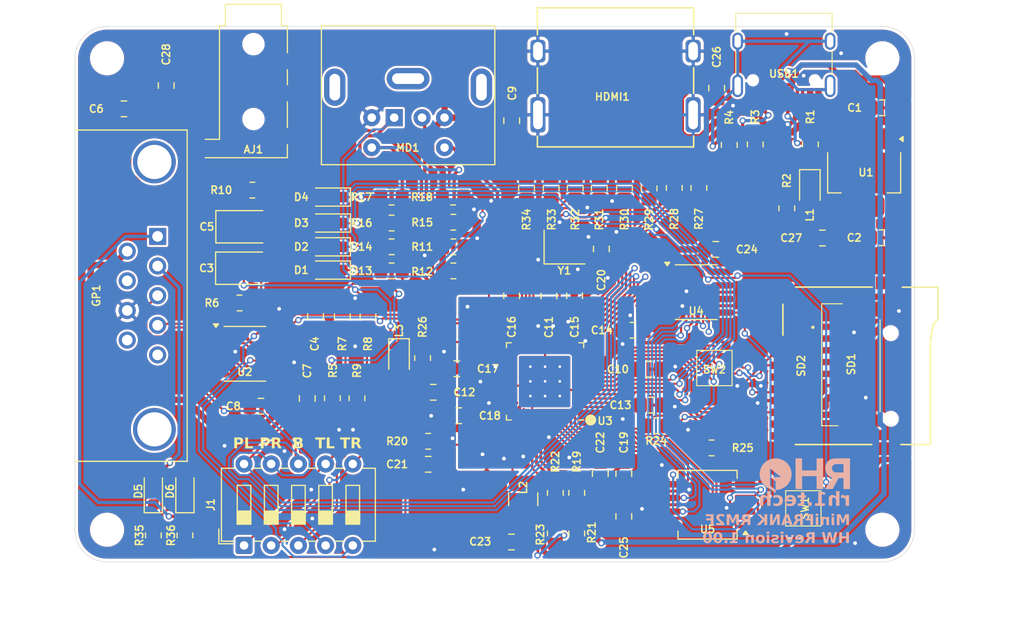
<source format=kicad_pcb>
(kicad_pcb (version 20241229) (generator "pcbnew") (generator_version "9.0")
  (title_block (title "MiniFRANK RM2F") (date "2025-03-12") (rev "1.00") (company "Mikhail Matveev") (comment 1 "https://github.com/xtremespb/frank"))
  (layers (0 "F.Cu" signal) (2 "B.Cu" signal) (13 "F.Paste" user) (15 "B.Paste" user) (5 "F.SilkS" user "F.Silkscreen") (7 "B.SilkS" user "B.Silkscreen") (1 "F.Mask" user) (3 "B.Mask" user) (25 "Edge.Cuts" user))
  (net 0 "")
  (net 1 "GND")
  (net 2 "/Audio Out/L")
  (net 3 "+3V3")
  (net 4 "VBUS")
  (net 5 "/RP2350A/XIN")
  (net 6 "/Audio Out/R")
  (net 7 "/RP2350A/VREG_AVDD")
  (net 8 "Net-(C3-Pad1)")
  (net 9 "/Audio Out/R*")
  (net 10 "Net-(C5-Pad1)")
  (net 11 "Net-(U2-FLT)")
  (net 12 "+1V1")
  (net 14 "/GPIO0")
  (net 15 "/GPIO1")
  (net 16 "/GPIO2")
  (net 17 "/GPIO3")
  (net 18 "Net-(HDMI1-D1P)")
  (net 19 "Net-(HDMI1-D2N)")
  (net 23 "Net-(HDMI1-D0P)")
  (net 24 "Net-(HDMI1-D1N)")
  (net 25 "/GPIO26")
  (net 26 "Net-(L1-A)")
  (net 27 "/GPIO27")
  (net 28 "/GPIO10")
  (net 29 "/D+")
  (net 30 "/D-")
  (net 31 "/GPIO11")
  (net 33 "Net-(HDMI1-CLKP)")
  (net 34 "Net-(USB1-CC1)")
  (net 35 "Net-(USB1-CC2)")
  (net 36 "/GPIO21")
  (net 37 "/GPIO20")
  (net 38 "/Gamepad/J2_DATA")
  (net 39 "/Gamepad/J1_DATA")
  (net 40 "Net-(HDMI1-D2P)")
  (net 41 "Net-(HDMI1-D0N)")
  (net 42 "/RP2350A/VREG_LX")
  (net 43 "/RUN")
  (net 44 "/PS2/PS{slash}2 CLK")
  (net 45 "Net-(HDMI1-CLKN)")
  (net 46 "Net-(MD1-Pad2)")
  (net 47 "/PS2/PS{slash}2 DATA")
  (net 48 "Net-(MD1-Pad6)")
  (net 49 "/RP2350A/QSPI_SD2")
  (net 50 "/RP2350A/QSPI_SD0")
  (net 51 "/GPIO8")
  (net 52 "/RP2350A/QSPI_SD1")
  (net 55 "/RP2350A/QSPI_SD3")
  (net 56 "/RP2350A/GPIO22")
  (net 57 "/RP2350A/QSPI_SCLK")
  (net 58 "/RP2350A/XOUT")
  (net 59 "/A_OUTL")
  (net 60 "/A_OUTB")
  (net 61 "/A_OUTR")
  (net 62 "/RP2350A/QSPI_SS")
  (net 63 "/RP2350A/~{USB_BOOT}")
  (net 64 "/RP2350A/FLASH_SS")
  (net 65 "/GPIO9")
  (net 66 "/GPIO12")
  (net 67 "/GPIO13")
  (net 68 "/GPIO14")
  (net 69 "/GPIO15")
  (net 70 "/GPIO16")
  (net 71 "/GPIO17")
  (net 72 "/GPIO18")
  (net 73 "/GPIO19")
  (net 74 "/SD Card/DET")
  (net 75 "/SD Card/DAT1")
  (net 76 "/SD Card/POL")
  (net 77 "/GPIO5")
  (net 78 "/GPIO7")
  (net 79 "/GPIO4")
  (net 80 "/A_TDAR")
  (net 81 "/SD Card/DAT2")
  (net 82 "/GPIO6")
  (net 83 "/RP2350A/SWD")
  (net 84 "/RP2350A/GPIO26")
  (net 85 "/RP2350A/GPIO23")
  (net 86 "/RP2350A/SWCLK")
  (net 87 "/RP2350A/GPIO29")
  (net 88 "/RP2350A/GPIO24")
  (net 92 "/A_TDAL")
  (net 93 "Net-(L3-A)")
  (net 94 "GPIO25")
  (net 96 "/RP2350A/GPIO28")
  (net 97 "Net-(USB1-SHIELD)")
  (net 98 "Net-(U3-USB_DP)")
  (net 99 "Net-(U3-USB_DM)")
  (footprint "FRANK:Mounting Hole (2.7mm)" (layer "F.Cu") (at 256.75 91.25)
    (property "Reference" "H2" (hide yes))
    (property "Value" "MountingHole" (hide yes))
  )
  (footprint "FRANK:Resistor (0805)" (layer "F.Cu") (at 228.2 87.8 90)
    (property "Reference" "R19")
    (property "Value" "150R" (hide yes))
  )
  (footprint "FRANK:D-SUB (9 pin, male, top mount)" (layer "F.Cu") (at 189.05 63.825 -90)
    (property "Reference" "GP1")
    (property "Value" "Gamepad" (hide yes))
  )
  (footprint "FRANK:Resistor (0805)" (layer "F.Cu") (at 210.9 64.8 180)
    (property "Reference" "R14")
    (property "Value" "100R" (hide yes))
  )
  (footprint "FRANK:Capacitor (0805)" (layer "F.Cu") (at 256.7375 51.8)
    (property "Reference" "C1")
    (property "Value" "10u" (hide yes))
  )
  (footprint "FRANK:Resistor (0805)" (layer "F.Cu") (at 242.45 55.275 -90)
    (property "Reference" "R4")
    (property "Value" "1M" (hide yes))
  )
  (footprint "FRANK:Diode (SOD-323)" (layer "F.Cu") (at 205.05 62.575 180)
    (property "Reference" "D3")
    (property "Value" "3V3" (hide yes))
  )
  (footprint "FRANK:Resistor (0805)" (layer "F.Cu") (at 216.675 62.5)
    (property "Reference" "R15")
    (property "Value" "1K" (hide yes))
  )
  (footprint "FRANK:MiniDIN (6 Pin, female)" (layer "F.Cu") (at 211.15 52.725 180)
    (property "Reference" "MD1")
    (property "Value" "Mini-DIN-6" (hide yes))
  )
  (footprint "FRANK:DIP Switch (5x5)" (layer "F.Cu") (at 197.12 92.72 90)
    (property "Reference" "J1")
    (property "Value" "Pin Header 2x18" (hide yes))
  )
  (footprint "FRANK:Capacitor (0805)" (layer "F.Cu") (at 225.6 69.4 90)
    (property "Reference" "C11")
    (property "Value" "4.7u" (hide yes))
  )
  (footprint "FRANK:Capacitor (0805)" (layer "F.Cu") (at 256.7 63.95)
    (property "Reference" "C2")
    (property "Value" "10u" (hide yes))
  )
  (footprint "FRANK:Capacitor (0805)" (layer "F.Cu") (at 241.275 49.9625 -90)
    (property "Reference" "C26")
    (property "Value" "100n" (hide yes))
  )
  (footprint "FRANK:Capacitor (0805)" (layer "F.Cu") (at 233.455 72.6)
    (property "Reference" "C14")
    (property "Value" "100n" (hide yes))
  )
  (footprint "FRANK:Resistor (0805)" (layer "F.Cu") (at 228.2 91.6 -90)
    (property "Reference" "R21")
    (property "Value" "33R" (hide yes))
  )
  (footprint "FRANK:Capacitor (0805)" (layer "F.Cu") (at 241.19 65.04)
    (property "Reference" "C24")
    (property "Value" "100n" (hide yes))
  )
  (footprint "FRANK:Resistor (0805)" (layer "F.Cu") (at 240.8 83.6)
    (property "Reference" "R25")
    (property "Value" "0" (hide yes))
  )
  (footprint "FRANK:LED (0805)" (layer "F.Cu") (at 249.975 59.45 -90)
    (property "Reference" "L1")
    (property "Value" "Green" (hide yes))
  )
  (footprint "FRANK:Resistor (0805)" (layer "F.Cu") (at 234.96 59.34 -90)
    (property "Reference" "R29")
    (property "Value" "270R" (hide yes))
  )
  (footprint "FRANK:Capacitor (0805)" (layer "F.Cu") (at 228 69.38 90)
    (property "Reference" "C15")
    (property "Value" "100n" (hide yes))
  )
  (footprint "FRANK:Resistor (0805)" (layer "F.Cu") (at 226.2 91.6 -90)
    (property "Reference" "R23")
    (property "Value" "33R" (hide yes))
  )
  (footprint "FRANK:Capacitor (0805)" (layer "F.Cu") (at 222.125 53.0175 -90)
    (property "Reference" "C9")
    (property "Value" "10u" (hide yes))
  )
  (footprint "FRANK:Capacitor (0805)" (layer "F.Cu") (at 214.8 78.4 180)
    (property "Reference" "C12")
    (property "Value" "100n" (hide yes))
  )
  (footprint "FRANK:USB Type C" (layer "F.Cu") (at 247.555 42.975 180)
    (property "Reference" "USB1")
    (property "Value" "USB4215-03-A" (hide yes))
  )
  (footprint "FRANK:Resistor (0805)" (layer "F.Cu") (at 210.9 67.05 180)
    (property "Reference" "R13")
    (property "Value" "100R" (hide yes))
  )
  (footprint "FRANK:SO-8" (layer "F.Cu") (at 197.2 74.8)
    (property "Reference" "U2")
    (property "Value" "TDA1387T" (hide yes))
  )
  (footprint "FRANK:Capacitor (3528, tantalum, polar)" (layer "F.Cu") (at 197.1 66.8)
    (property "Reference" "C3")
    (property "Value" "10u" (hide yes))
  )
  (footprint "FRANK:Capacitor (0805)" (layer "F.Cu") (at 232.6 86.0075 -90)
    (property "Reference" "C19")
    (property "Value" "100n" (hide yes))
  )
  (footprint "FRANK:Diode (SOD-323)" (layer "F.Cu") (at 205.05 66.975 180)
    (property "Reference" "D1")
    (property "Value" "3V3" (hide yes))
  )
  (footprint "FRANK:Diode (SOD-323)" (layer "F.Cu") (at 191.6 87.65 90)
    (property "Reference" "D6")
    (property "Value" "3V3" (hide yes))
  )
  (footprint "FRANK:Resistor (0805)" (layer "F.Cu") (at 216.65 60.15)
    (property "Reference" "R18")
    (property "Value" "1k" (hide yes))
  )
  (footprint "FRANK:MicroSD (SMD, long)" (layer "F.Cu") (at 246.2475 75.925 -90)
    (property "Reference" "SD2")
    (property "Value" "104031-0811" (hide yes))
  )
  (footprint "FRANK:Resistor (0805)" (layer "F.Cu") (at 210.9 60.15 180)
    (property "Reference" "R17")
    (property "Value" "100R" (hide yes))
  )
  (footprint "FRANK:Capacitor (0805)" (layer "F.Cu") (at 214.33 85.13 180)
    (property "Reference" "C21")
    (property "Value" "4.7u" (hide yes))
  )
  (footprint "FRANK:Resistor (0805)" (layer "F.Cu") (at 239.61 59.29 -90)
    (property "Reference" "R27")
    (property "Value" "270R" (hide yes))
  )
  (footprint "FRANK:Mounting Hole (2.7mm)" (layer "F.Cu") (at 256.75 47.175)
    (property "Reference" "H1" (hide yes))
    (property "Value" "MountingHole" (hide yes))
  )
  (footprint "FRANK:Capacitor (0805)" (layer "F.Cu") (at 203.025 78.98 -90)
    (property "Reference" "C7")
    (property "Value" "1u" (hide yes))
  )
  (footprint "FRANK:Resistor (0805)" (layer "F.Cu") (at 235.63 81.53)
    (property "Reference" "R24")
    (property "Value" "1K" (hide yes))
  )
  (footprint "FRANK:Capacitor (3528, tantalum, polar)" (layer "F.Cu") (at 197.125 62.925)
    (property "Reference" "C5")
    (property "Value" "10u" (hide yes))
  )
  (footprint "FRANK:Diode (SOD-323)" (layer "F.Cu") (at 188.65 87.65 90)
    (property "Reference" "D5")
    (property "Value" "3V3" (hide yes))
  )
  (footprint "FRANK:Resistor (0805)" (layer "F.Cu") (at 191.6 91.775 90)
    (property "Reference" "R36")
    (property "Value" "1K" (hide yes))
  )
  (footprint "FRANK:Resistor (0805)" (layer "F.Cu") (at 205.375 78.955 -90)
    (property "Reference" "R5")
    (property "Value" "1K" (hide yes))
  )
  (footprint "FRANK:Diode (SOD-323)" (layer "F.Cu") (at 205.05 64.8 180)
    (property "Reference" "D2")
    (property "Value" "3V3" (hide yes))
  )
  (footprint "FRANK:Capacitor (0805)" (layer "F.Cu") (at 185.9 51.9 180)
    (property "Reference" "C6")
    (property "Value" "10n" (hide yes))
  )
  (footprint "FRANK:Resistor (0805)" (layer "F.Cu") (at 226.2 87.8 90)
    (property "Reference" "R22")
    (property "Value" "150R" (hide yes))
  )
  (footprint "FRANK:Capacitor (0805)" (layer "F.Cu") (at 232.6 90 -90)
    (property "Reference" "C25")
    (property "Value" "100n" (hide yes))
  )
  (footprint "FRANK:Resistor (0805)" (layer "F.Cu") (at 232.66 59.34 -90)
    (property "Reference" "R30")
    (property "Value" "270R" (hide yes))
  )
  (footprint "FRANK:SOT-223" (layer "F.Cu") (at 255.05 57.85 -90)
    (property "Reference" "U1")
    (property "Value" "NCP1117 3.3" (hide yes))
  )
  (footprint "FRANK:Capacitor (0805)" (layer "F.Cu") (at 230.5 65 -90)
    (property "Reference" "C20")
    (property "Value" "100n" (hide yes))
  )
  (footprint "FRANK:Diode (SOD-323)" (layer "F.Cu") (at 205.05 60.15 180)
    (property "Reference" "D4")
    (property "Value" "3V3" (hide yes))
  )
  (footprint "FRANK:Capacitor (0805)" (layer "F.Cu") (at 222.1 92.4 180)
    (property "Reference" "C23")
    (property "Value" "4.7u" (hide yes))
  )
  (footprint "FRANK:Jack (3.5mm, PJ-320D)" (layer "F.Cu") (at 198 50.6 -90)
    (property "Reference" "AJ1")
    (property "Value" "SJ1-353XNG" (hide yes))
  )
  (footprint "FRANK:SOIC-8" (layer "F.Cu") (at 240.42 88.91 180)
    (property "Reference" "U5")
    (property "Value" "W25Q128JVS" (hide yes))
  )
  (footprint "FRANK:Capacitor (0805)" (layer "F.Cu") (at 222.12 69.38 90)
    (property "Reference" "C16")
    (property "Value" "100n" (hide yes))
  )
  (footprint "FRANK:Resistor (0805)" (layer "F.Cu") (at 223.51 59.34 -90)
    (property "Reference" "R34")
    (property "Value" "270R" (hide yes))
  )
  (footprint "FRANK:Capacitor (0805)" (layer "F.Cu") (at 198.7 79.7)
    (property "Reference" "C8")
    (property "Value" "47u" (hide yes))
  )
  (footprint "FRANK:Resistor (0805)" (layer "F.Cu") (at 188.65 91.775 90)
    (property "Reference" "R35")
    (property "Value" "1K" (hide yes))
  )
  (footprint "FRANK:Inductor (3225)" (layer "F.Cu") (at 223.2 88.4 90)
    (property "Reference" "L2")
    (property "Value" "3.3u" (hide yes))
  )
  (footprint "FRANK:Resistor (0805)" (layer "F.Cu") (at 210.9 62.575 180)
    (property "Reference" "R16")
    (property "Value" "100R" (hide yes))
  )
  (footprint "FRANK:QFN 60 (RP2350A)" (layer "F.Cu") (at 225.2425 77.38 180)
    (property "Reference" "U3")
    (property "Value" "RP2350_60QFN" (hide yes))
  )
  (footprint "FRANK:Mounting Hole (2.7mm)" (layer "F.Cu") (at 184.325 91.25)
    (property "Reference" "H4" (hide yes))
    (property "Value" "MountingHole" (hide yes))
  )
  (footprint "FRANK:Capacitor (0805)" (layer "F.Cu") (at 234.955 76.25)
    (property "Reference" "C10")
    (property "Value" "100n" (hide yes))
  )
  (footprint "FRANK:Capacitor (0805)" (layer "F.Cu") (at 251.15 63.975)
    (property "Reference" "C27")
    (property "Value" "100n" (hide yes))
  )
  (footprint "FRANK:Capacitor (0805)" (layer "F.Cu") (at 217.18 80.59 180)
    (property "Reference" "C18")
    (property "Value" "100n" (hide yes))
  )
  (footprint "FRANK:Capacitor (0805)" (layer "F.Cu") (at 230.4 86.0075 -90)
    (property "Reference" "C22")
    (property "Value" "4.7u" (hide yes))
  )
  (footprint "FRANK:Capacitor (0805)" (layer "F.Cu") (at 203.8 71.3 -90)
    (property "Reference" "C4")
    (property "Value" "10n" (hide yes))
  )
  (footprint "FRANK:Resistor (0805)" (layer "F.Cu") (at 197.9 59.5 180)
    (property "Reference" "R10")
    (property "Value" "330R" (hide yes))
  )
  (footprint "FRANK:MicroSD (SMD, short)" (layer "F.Cu") (at 253.8375 75.825 90)
    (property "Reference" "SD1")
    (property "Value" "47571-0001" (hide yes))
  )
  (footprint "FRANK:SO-8" (layer "F.Cu") (at 239.36 69.04)
    (property "Reference" "U4")
    (property "Value" "ESP-PSRAM32" (hide yes))
  )
  (footprint "FRANK:Resistor (0805)" (layer "F.Cu") (at 207.675 78.955 -90)
    (property "Reference" "R9")
    (property "Value" "1K" (hide yes))
  )
  (footprint "FRANK:HDMI (female)" (layer "F.Cu") (at 231.825 52.46 180)
    (property "Reference" "HDMI1")
    (property "Value" "HDMI Female" (hide yes))
  )
  (footprint "FRANK:Resistor (0805)" (layer "F.Cu") (at 250.025 55.225 90)
    (property "Reference" "R1")
    (property "Value" "5.1K" (hide yes))
  )
  (footprint "FRANK:Resistor (0805)" (layer "F.Cu") (at 225.81 59.34 -90)
    (property "Reference" "R33")
    (property "Value" "270R" (hide yes))
  )
  (footprint "FRANK:Resistor (0805)" (layer "F.Cu") (at 230.31 59.34 -90)
    (property "Reference" "R31")
    (property "Value" "270R" (hide yes))
  )
  (footprint "FRANK:Resistor (0805)" (layer "F.Cu") (at 196.7 70.05 180)
    (property "Reference" "R6")
    (property "Value" "330R" (hide yes))
  )
  (footprint "FRANK:Resistor (0805)" (layer "F.Cu") (at 213.8 75.2 90)
    (property "Reference" "R26")
    (property "Value" "1K" (hide yes))
  )
  (footprint "FRANK:Capacitor (0805)" (layer "F.Cu") (at 217 76.2 180)
    (property "Reference" "C17")
    (property "Value" "100n" (hide yes))
  )
  (footprint "FRANK:Resistor (0805)" (layer "F.Cu") (at 228.06 59.34 -90)
    (property "Reference" "R32")
    (property "Value" "270R" (hide yes))
  )
  (footprint "FRANK:Resistor (0805)" (layer "F.Cu") (at 216.675 67.05)
    (property "Reference" "R12")
    (property "Value" "1K" (hide yes))
  )
  (footprint "FRANK:Resistor (0805)" (layer "F.Cu") (at 206.3 71.3 -90)
    (property "Reference" "R7")
    (property "Value" "2K" (hide yes))
  )
  (footprint "FRANK:Resistor (0805)" (layer "F.Cu") (at 247.825 61.2 90)
    (property "Reference" "R2")
    (property "Value" "1K" (hide yes))
  )
  (footprint "FRANK:Capacitor (0805)" (layer "F.Cu") (at 235.2 79.6)
    (property "Reference" "C13")
    (property "Value" "100n" (hide yes))
  )
  (footprint "FRANK:Resistor (0805)" (layer "F.Cu") (at 237.31 59.29 -90)
    (property "Reference" "R28")
    (property "Value" "270R" (hide yes))
  )
  (footprint "FRANK:Button (SMD, 3x3mm, 1-1)" (layer "F.Cu") (at 242.71 74.4817 -90)
    (property "Reference" "SW2")
    (property "Value" "SW_Push" (hide yes))
  )
  (footprint "FRANK:Crystal (3225, active)" (layer "F.Cu") (at 227.05 64.825)
    (property "Reference" "Y1")
    (property "Value" "ASE-xxxMHz" (hide yes))
  )
  (footprint "FRANK:Resistor (0805)" (layer "F.Cu") (at 214.33 82.98)
    (property "Reference" "R20")
    (property "Value" "33" (hide yes))
  )
  (footprint "FRANK:Resistor (0805)" (layer "F.Cu") (at 244.875 55.225 90)
    (property "Reference" "R3")
    (property "Value" "5.1K" (hide yes))
  )
  (footprint "FRANK:Capacitor (0805)" (layer "F.Cu") (at 189.85 49.725 90)
    (property "Reference" "C28")
    (property "Value" "100n" (hide yes))
  )
  (footprint "FRANK:LED (0805)" (layer "F.Cu") (at 211.6 75.25 -90)
    (property "Reference" "L3")
    (property "Value" "Blue" (hide yes))
  )
  (footprint "FRANK:Button (SMD, 3x3mm, 1-1)" (layer "F.Cu") (at 247.72 87.6)
    (property "Reference" "SW1")
    (property "Value" "Reset" (hide yes))
  )
  (footprint "FRANK:Resistor (0805)" (layer "F.Cu") (at 208.7 71.3 -90)
    (property "Reference" "R8")
    (property "Value" "2K" (hide yes))
  )
  (footprint "FRANK:Resistor (0805)" (layer "F.Cu") (at 216.675 64.8)
    (property "Reference" "R11")
    (property "Value" "1K" (hide yes))
  )
  (footprint "FRANK:Mounting Hole (2.7mm)" (layer "F.Cu") (at 184.325 47.175)
    (property "Reference" "H3" (hide yes))
    (property "Value" "MountingHole" (hide yes))
  )
  (gr_poly (pts (xy 246.78014 87.082662) (xy 246.78014 87.526634) (xy 246.830605 87.525877) (xy 246.880917 87.523432) (xy 246.931035 87.51931) (xy 246.980917 87.513523) (xy 247.030524 87.50608) (xy 247.079814 87.496993) (xy 247.128747 87.486273) (xy 247.177283 87.473932) (xy 247.22538 87.459979) (xy 247.272998 87.444427) (xy 247.320097 87.427287) (xy 247.366635 87.408569) (xy 247.412573 87.388284) (xy 247.457869 87.366444) (xy 247.502483 87.34306) (xy 247.546375 87.318142) (xy 246.78014 86.723358)) (stroke (width -0.000001)) (fill yes) (layer "B.SilkS"))
  (gr_poly (pts (xy 246.706435 84.582993) (xy 246.633213 84.5878) (xy 246.560585 84.596189) (xy 246.488673 84.608111) (xy 246.4176 84.623517) (xy 246.347489 84.642357) (xy 246.278462 84.664581) (xy 246.210644 84.69014) (xy 246.144155 84.718983) (xy 246.07912 84.75106) (xy 246.015661 84.786323) (xy 245.953901 84.824721) (xy 245.893963 84.866205) (xy 245.83597 84.910724) (xy 245.780044 84.958229) (xy 245.726308 85.008671) (xy 245.675145 85.061719) (xy 245.626888 85.116998) (xy 245.581588 85.174384) (xy 245.539298 85.233756) (xy 245.500069 85.294991) (xy 245.463951 85.357967) (xy 245.430997 85.422561) (xy 245.401257 85.488653) (xy 245.374784 85.556119) (xy 245.351629 85.624838) (xy 245.331842 85.694687) (xy 245.315476 85.765544) (xy 245.302582 85.837286) (xy 245.293211 85.909792) (xy 245.287415 85.98294) (xy 245.285245 86.056607) (xy 245.287772 86.141529) (xy 245.295163 86.225657) (xy 245.307328 86.308804) (xy 245.324176 86.390788) (xy 245.345614 86.471423) (xy 245.371552 86.550524) (xy 245.401898 86.627907) (xy 245.436561 86.703387) (xy 245.475451 86.776778) (xy 245.518474 86.847897) (xy 245.565541 86.916559) (xy 245.616561 86.982579) (xy 245.67144 87.045772) (xy 245.73009 87.105953) (xy 245.792417 87.162938) (xy 245.858332 87.216541) (xy 245.904713 87.250972) (xy 245.952337 87.283547) (xy 246.001149 87.314233) (xy 246.05109 87.343002) (xy 246.102106 87.36982) (xy 246.154138 87.394657) (xy 246.207131 87.417481) (xy 246.261027 87.438262) (xy 246.328231 87.491179) (xy 246.778022 87.8399) (xy 246.778022 87.529279) (xy 246.778022 87.52822) (xy 246.48116 87.298561) (xy 246.328231 87.179499) (xy 246.261027 87.126582) (xy 246.261027 85.521621) (xy 246.778022 85.9222) (xy 247.220404 86.265629) (xy 247.296075 86.324366) (xy 246.778021 86.324366) (xy 247.665432 87.012282) (xy 247.708295 87.04562) (xy 247.665432 87.012812) (xy 247.596112 86.959895) (xy 246.778021 86.324895) (xy 246.778021 86.723354) (xy 247.544255 87.318137) (xy 247.557955 87.310192) (xy 247.571308 87.302197) (xy 247.584364 87.294102) (xy 247.597171 87.285859) (xy 247.625226 87.267414) (xy 247.652845 87.248346) (xy 247.680018 87.228663) (xy 247.706735 87.208372) (xy 247.732986 87.187481) (xy 247.75876 87.165998) (xy 247.784047 87.143931) (xy 247.808838 87.121289) (xy 247.808838 87.121287) (xy 247.833672 87.09745) (xy 247.857923 87.073066) (xy 247.881583 87.048146) (xy 247.904643 87.022702) (xy 247.927095 86.996745) (xy 247.948931 86.970286) (xy 247.970142 86.943337) (xy 247.990721 86.915909) (xy 248.010658 86.888013) (xy 248.029946 86.859661) (xy 248.048577 86.830864) (xy 248.066542 86.801633) (xy 248.083833 86.771979) (xy 248.100442 86.741914) (xy 248.11636 86.71145) (xy 248.13158 86.680597) (xy 248.148532 86.643728) (xy 248.164427 86.606451) (xy 248.179258 86.568789) (xy 248.19302 86.530764) (xy 248.205708 86.4924) (xy 248.217317 86.453718) (xy 248.227842 86.414743) (xy 248.237278 86.375496) (xy 248.245619 86.336001) (xy 248.252859 86.29628) (xy 248.258995 86.256356) (xy 248.264021 86.216252) (xy 248.267931 86.17599) (xy 248.270721 86.135594) (xy 248.272385 86.095087) (xy 248.272918 86.05449) (xy 248.270649 85.980961) (xy 248.264768 85.907953) (xy 248.255326 85.835589) (xy 248.242375 85.763989) (xy 248.225965 85.693276) (xy 248.206147 85.623571) (xy 248.182974 85.554995) (xy 248.156496 85.487669) (xy 248.126764 85.421716) (xy 248.093831 85.357256) (xy 248.057745 85.294412) (xy 248.018561 85.233304) (xy 247.976327 85.174054) (xy 247.931096 85.116784) (xy 247.882919 85.061614) (xy 247.831847 85.008667) (xy 247.778212 84.958318) (xy 247.722394 84.910894) (xy 247.664516 84.866444) (xy 247.604699 84.825018) (xy 247.543065 84.786665) (xy 247.479737 84.751436) (xy 247.414837 84.719379) (xy 247.348487 84.690545) (xy 247.280809 84.664982) (xy 247.211925 84.642741) (xy 247.141957 84.623871) (xy 247.071028 84.608421) (xy 246.99926 84.596442) (xy 246.926774 84.587982) (xy 246.853693 84.583092) (xy 246.78014 84.58182) (xy 246.780127 84.58182)) (stroke (width -0.000001)) (fill yes) (layer "B.SilkS"))
  (gr_poly (pts (xy 246.78014 86.723887) (xy 246.78014 86.322779) (xy 246.263144 86.322779)) (stroke (width -0.000001)) (fill yes) (layer "B.SilkS"))
  (gr_poly (pts (xy 252.329697 84.579783) (xy 252.275704 84.583167) (xy 252.223119 84.588752) (xy 252.171965 84.596491) (xy 252.122268 84.60634) (xy 252.074052 84.618253) (xy 252.027342 84.632185) (xy 251.982162 84.64809) (xy 251.938537 84.665923) (xy 251.896491 84.685638) (xy 251.85605 84.70719) (xy 251.817237 84.730534) (xy 251.780078 84.755624) (xy 251.744597 84.782414) (xy 251.710819 84.810859) (xy 251.678768 84.840914) (xy 251.648468 84.872533) (xy 251.619945 84.905671) (xy 251.593223 84.940282) (xy 251.568327 84.976322) (xy 251.545281 85.013744) (xy 251.52411 85.052502) (xy 251.504838 85.092553) (xy 251.487491 85.133849) (xy 251.472092 85.176346) (xy 251.458666 85.219999) (xy 251.447239 85.264761) (xy 251.437834 85.310588) (xy 251.430476 85.357433) (xy 251.42519 85.405252) (xy 251.422 85.454) (xy 251.420931 85.503629) (xy 251.421852 85.550513) (xy 251.424573 85.596017) (xy 251.429036 85.64015) (xy 251.435181 85.682918) (xy 251.442948 85.724329) (xy 251.45228 85.764389) (xy 251.463115 85.803105) (xy 251.475394 85.840485) (xy 251.489059 85.876535) (xy 251.50405 85.911264) (xy 251.520307 85.944677) (xy 251.537771 85.976781) (xy 251.556382 86.007585) (xy 251.576082 86.037095) (xy 251.618509 86.092261) (xy 251.664576 86.142335) (xy 251.713808 86.187375) (xy 251.765729 86.227437) (xy 251.819865 86.262578) (xy 251.875741 86.292854) (xy 251.93288 86.318321) (xy 251.990809 86.339037) (xy 252.049052 86.355058) (xy 251.403998 87.447787) (xy 252.103556 87.448317) (xy 252.668706 86.430729) (xy 253.116381 86.430729) (xy 253.116381 87.450432) (xy 253.727039 87.450432) (xy 253.727039 85.890978) (xy 253.116381 85.890978) (xy 252.473973 85.890978) (xy 252.451279 85.890546) (xy 252.428952 85.889256) (xy 252.407016 85.887119) (xy 252.385493 85.884145) (xy 252.364408 85.880346) (xy 252.343782 85.875731) (xy 252.323639 85.870312) (xy 252.304003 85.864098) (xy 252.284896 85.857101) (xy 252.266341 85.84933) (xy 252.248363 85.840797) (xy 252.230983 85.831512) (xy 252.214225 85.821485) (xy 252.198113 85.810728) (xy 252.182669 85.79925) (xy 252.167916 85.787063) (xy 252.153878 85.774177) (xy 252.140578 85.760601) (xy 252.128039 85.746348) (xy 252.116284 85.731427) (xy 252.105336 85.71585) (xy 252.095219 85.699625) (xy 252.085956 85.682766) (xy 252.077569 85.66528) (xy 252.070082 85.647181) (xy 252.063519 85.628477) (xy 252.057901 85.609179) (xy 252.053253 85.589298) (xy 252.049598 85.568845) (xy 252.046958 85.547831) (xy 252.045357 85.526264) (xy 252.044819 85.504157) (xy 252.043231 85.504159) (xy 252.04377 85.481818) (xy 252.045371 85.460044) (xy 252.048011 85.438847) (xy 252.051668 85.418235) (xy 252.056318 85.39822) (xy 252.061938 85.378808) (xy 252.068506 85.360011) (xy 252.075998 85.341837) (xy 252.084392 85.324295) (xy 252.093664 85.307396) (xy 252.103792 85.291147) (xy 252.114752 85.275559) (xy 252.126523 85.26064) (xy 252.139079 85.246401) (xy 252.1524 85.23285) (xy 252.166461 85.219996) (xy 252.18124 85.20785) (xy 252.196714 85.196419) (xy 252.212859 85.185715) (xy 252.229654 85.175745) (xy 252.247074 85.166519) (xy 252.265098 85.158046) (xy 252.283701 85.150337) (xy 252.302862 85.143399) (xy 252.322557 85.137243) (xy 252.342762 85.131877) (xy 252.363456 85.127312) (xy 252.384615 85.123555) (xy 252.406216 85.120618) (xy 252.428237 85.118508) (xy 252.450654 85.117235) (xy 252.473444 85.116809) (xy 253.116381 85.116809) (xy 253.116381 85.890978) (xy 253.727039 85.890978) (xy 253.727039 84.578645) (xy 252.385072 84.578645)) (stroke (width -0.000001)) (fill yes) (layer "B.SilkS"))
  (gr_poly (pts (xy 250.608132 85.70577) (xy 249.252936 85.70577) (xy 249.252936 84.578645) (xy 248.638044 84.578645) (xy 248.638044 87.447787) (xy 249.252936 87.448317) (xy 249.252936 86.243933) (xy 250.608131 86.243933) (xy 250.608131 87.448317) (xy 251.219319 87.448317) (xy 251.219319 84.578645) (xy 250.608132 84.578645)) (stroke (width -0.000001)) (fill yes) (layer "B.SilkS"))
  (gr_line (start 259.75 91.25) (end 259.75 47.2) (stroke (width 0.05)) (layer "Edge.Cuts"))
  (gr_arc (start 181.325 47.2) (mid 182.20368 45.07868) (end 184.325 44.2) (stroke (width 0.05)) (layer "Edge.Cuts"))
  (gr_line (start 181.325 91.25) (end 181.325 47.2) (stroke (width 0.05)) (layer "Edge.Cuts"))
  (gr_line (start 184.325 44.2) (end 256.75 44.2) (stroke (width 0.05)) (layer "Edge.Cuts"))
  (gr_arc (start 259.75 91.25) (mid 258.87132 93.37132) (end 256.75 94.25) (stroke (width 0.05)) (layer "Edge.Cuts"))
  (gr_arc (start 256.75 44.2) (mid 258.87132 45.07868) (end 259.75 47.2) (stroke (width 0.05)) (layer "Edge.Cuts"))
  (gr_line (start 256.75 94.25) (end 184.325 94.25) (stroke (width 0.05)) (layer "Edge.Cuts"))
  (gr_arc (start 184.325 94.25) (mid 182.20368 93.37132) (end 181.325 91.25) (stroke (width 0.05)) (layer "Edge.Cuts"))
  (gr_text "TL" (at 204.688 83.809 0) (layer "F.SilkS") (effects (font (size 1 1) (thickness 0.2) (bold yes)) (justify bottom)))
  (gr_text "TR" (at 207.1 83.807 0) (layer "F.SilkS") (effects (font (size 1 1) (thickness 0.2) (bold yes)) (justify bottom)))
  (gr_text "PL" (at 197.041 83.809 0) (layer "F.SilkS") (effects (font (size 1 1) (thickness 0.2) (bold yes)) (justify bottom)))
  (gr_text "B" (at 202.187 83.809 0) (layer "F.SilkS") (effects (font (size 1 1) (thickness 0.2) (bold yes)) (justify bottom)))
  (gr_text "PR" (at 199.614 83.809 0) (layer "F.SilkS") (effects (font (size 1 1) (thickness 0.2) (bold yes)) (justify bottom)))
  (gr_text "MiniFRANK RM2F\nHW Revision 1.00" (at 253.76 92.665 0) (layer "B.SilkS") (effects (font (size 1 1) (thickness 0.2) (bold yes)) (justify left bottom mirror)))
  (gr_text "rh1.tech" (at 253.790697 89.236783 0) (layer "B.SilkS") (effects (font (size 1.3 1.3) (thickness 0.2) (bold yes)) (justify left bottom mirror)))
  (segment (start 219.8 85) (end 219.8 86.2) (width 0.3) (layer "F.Cu") (net 1))
  (segment (start 219.8 85) (end 222.8425 81.9575) (width 0.3) (layer "F.Cu") (net 1))
  (segment (start 222.8425 80.8175) (end 222.8425 81.9575) (width 0.3) (layer "F.Cu") (net 1))
  (segment (start 222.8425 80.8175) (end 222.8425 79.78) (width 0.3) (layer "F.Cu") (net 1))
  (segment (start 244.354 50.694) (end 244.354 51.498) (width 0.6) (layer "F.Cu") (net 1))
  (segment (start 222.8425 79.78) (end 223.8675 78.755) (width 0.3) (layer "F.Cu") (net 1))
  (segment (start 244.33 50.67) (end 244.354 50.694) (width 0.6) (layer "F.Cu") (net 1))
  (segment (start 244.354 51.498) (end 242.902 51.498) (width 0.6) (layer "F.Cu") (net 1))
  (segment (start 222.8425 81.9575) (end 222.8 82) (width 0.3) (layer "F.Cu") (net 1))
  (segment (start 242.902 51.498) (end 242.8 51.6) (width 0.6) (layer "F.Cu") (net 1))
  (via (at 238.45 68.955) (size 0.6) (drill 0.35) (layers "F.Cu" "B.Cu") (net 1))
  (via (at 234.3 89.3) (size 0.6) (drill 0.35) (layers "F.Cu" "B.Cu") (net 1))
  (via (at 195.3 83.4) (size 0.6) (drill 0.35) (layers "F.Cu" "B.Cu") (net 1))
  (via (at 215.8 74.6) (size 0.6) (drill 0.35) (layers "F.Cu" "B.Cu") (net 1))
  (via (at 206 81.9) (size 0.6) (drill 0.35) (layers "F.Cu" "B.Cu") (net 1))
  (via (at 203.4 87.5) (size 0.6) (drill 0.35) (layers "F.Cu" "B.Cu") (net 1))
  (via (at 207.5 74.1) (size 0.6) (drill 0.35) (layers "F.Cu" "B.Cu") (net 1))
  (via (at 245.4 77.8) (size 0.6) (drill 0.35) (layers "F.Cu" "B.Cu") (net 1))
  (via (at 236.15 85.2) (size 0.6) (drill 0.35) (layers "F.Cu" "B.Cu") (net 1))
  (via (at 201.8 75.6) (size 0.6) (drill 0.35) (layers "F.Cu" "B.Cu") (net 1))
  (via (at 207.3 81.9) (size 0.6) (drill 0.35) (layers "F.Cu" "B.Cu") (net 1))
  (via (at 200.9 91.2) (size 0.6) (drill 0.35) (layers "F.Cu" "B.Cu") (net 1))
  (via (at 238.068329 70.337094) (size 0.6) (drill 0.35) (layers "F.Cu" "B.Cu") (net 1))
  (via (at 238.6 81.9) (size 0.6) (drill 0.35) (layers "F.Cu" "B.Cu") (net 1))
  (via (at 214.6 80.6) (size 0.6) (drill 0.35) (layers "F.Cu" "B.Cu") (net 1))
  (via (at 200.4 70.6) (size 0.6) (drill 0.35) (layers "F.Cu" "B.Cu") (net 1))
  (via (at 220.2 60.5) (size 0.6) (drill 0.35) (layers "F.Cu" "B.Cu") (net 1))
  (via (at 243.2 77.8) (size 0.6) (drill 0.35) (layers "F.Cu" "B.Cu") (net 1))
  (via (at 254.1 72.8) (size 0.6) (drill 0.35) (layers "F.Cu" "B.Cu") (net 1))
  (via (at 238.7 87.5) (size 0.6) (drill 0.35) (layers "F.Cu" "B.Cu") (net 1))
  (via (at 228.3 66.9) (size 0.6) (drill 0.35) (layers "F.Cu" "B.Cu") (net 1))
  (via (at 231.1 67.7) (size 0.6) (drill 0.35) (layers "F.Cu" "B.Cu") (net 1))
  (via (at 229.295598 63.870129) (size 0.6) (drill 0.35) (layers "F.Cu" "B.Cu") (net 1))
  (via (at 217.6 87.5) (size 0.6) (drill 0.35) (layers "F.Cu" "B.Cu") (net 1))
  (via (at 254.2 92.5) (size 0.6) (drill 0.35) (layers "F.Cu" "B.Cu") (net 1))
  (via (at 218.9 64) (size 0.6) (drill 0.35) (layers "F.Cu" "B.Cu") (net 1))
  (via (at 196.3 74.6) (size 0.6) (drill 0.35) (layers "F.Cu" "B.Cu") (net 1))
  (via (at 216.6 82.7) (size 0.6) (drill 0.35) (layers "F.Cu" "B.Cu") (net 1))
  (via (at 249.4 48.8) (size 0.6) (drill 0.35) (layers "F.Cu" "B.Cu") (net 1))
  (via (at 231.9 63.4) (size 0.6) (drill 0.35) (layers "F.Cu" "B.Cu") (net 1))
  (via (at 252.9 46.7) (size 0.6) (drill 0.35) (layers "F.Cu" "B.Cu") (net 1))
  (via (at 258.3 70.8) (size 0.6) (drill 0.35) (layers "F.Cu" "B.Cu") (net 1))
  (via (at 255.2 78.9) (size 0.6) (drill 0.35) (layers "F.Cu" "B.Cu") (net 1))
  (via (at 226.6 62.5) (size 0.6) (drill 0.35) (layers "F.Cu" "B.Cu") (net 1))
  (via (at 200.9 83.9) (size 0.6) (drill 0.35) (layers "F.Cu" "B.Cu") (net 1))
  (via (at 237.4 76) (size 0.6) (drill 0.35) (layers "F.Cu" "B.Cu") (net 1))
  (via (at 242.8 51.6) (size 0.6) (drill 0.35) (layers "F.Cu" "B.Cu") (net 1))
  (via (at 224.6 66) (size 0.6) (drill 0.35) (layers "F.Cu" "B.Cu") (net 1))
  (via (at 207.5 69.6) (size 0.6) (drill 0.35) (layers "F.Cu" "B.Cu") (net 1))
  (via (at 214.9 93.1) (size 0.6) (drill 0.35) (layers "F.Cu" "B.Cu") (net 1))
  (via (at 247.895523 53.35) (size 0.6) (drill 0.35) (layers "F.Cu" "B.Cu") (net 1))
  (via (at 237.362283 79.738596) (size 0.6) (drill 0.35) (layers "F.Cu" "B.Cu") (net 1))
  (via (at 247.8 44.9) (size 0.6) (drill 0.35) (layers "F.Cu" "B.Cu") (net 1))
  (via (at 242.2 89.2) (size 0.6) (drill 0.35) (layers "F.Cu" "B.Cu") (net 1))
  (via (at 214 65.6) (size 0.6) (drill 0.35) (layers "F.Cu" "B.Cu") (net 1))
  (via (at 231.505073 60.523675) (size 0.6) (drill 0.35) (layers "F.Cu" "B.Cu") (net 1))
  (via (at 245.1 79.4) (size 0.6) (drill 0.35) (layers "F.Cu" "B.Cu") (net 1))
  (via (at 203.5 90.2) (size 0.6) (drill 0.35) (layers "F.Cu" "B.Cu") (net 1))
  (via (at 218.6 61.3) (size 0.6) (drill 0.35) (layers "F.Cu" "B.Cu") (net 1))
  (via (at 229.187792 61.127573) (size 0.6) (drill 0.35) (layers "F.Cu" "B.Cu") (net 1))
  (segment (start 201.25 64.275) (end 198.725 66.8) (width 0.2) (layer "F.Cu") (net 2))
  (segment (start 198.725 69.025) (end 197.7 70.05) (width 0.2) (layer "F.Cu") (net 2))
  (segment (start 201.25 54.45) (end 201.25 64.275) (width 0.2) (layer "F.Cu") (net 2))
  (segment (start 198.725 66.8) (end 198.725 69.025) (width 0.2) (layer "F.Cu") (net 2))
  (segment (start 230.9 62.1) (end 230.5 62.5) (width 0.6) (layer "F.Cu") (net 3))
  (segment (start 255.5 73.4) (end 255.5 75.3) (width 0.6) (layer "F.Cu") (net 3))
  (segment (start 248.811222 76.975) (end 247.0475 76.975) (width 0.6) (layer "F.Cu") (net 3))
  (segment (start 257.0885 69.474) (end 257.0885 71.8115) (width 0.6) (layer "F.Cu") (net 3))
  (segment (start 240.1525 65.04) (end 240.1525 66.5525) (width 0.6) (layer "F.Cu") (net 3))
  (segment (start 247.825 60.2) (end 247.825 58.801708) (width 0.6) (layer "F.Cu") (net 3))
  (segment (start 236.92 90.815) (end 234.4525 90.815) (width 0.4) (layer "F.Cu") (net 3))
  (segment (start 226 65.65) (end 226 64) (width 0.4) (layer "F.Cu") (net 3))
  (segment (start 216.9785 81.829) (end 218.2175 80.59) (width 0.6) (layer "F.Cu") (net 3))
  (segment (start 240.1525 65.04) (end 244.9925 60.2) (width 0.6) (layer "F.Cu") (net 3))
  (segment (start 257.0885 71.8115) (end 255.5 73.4) (width 0.6) (layer "F.Cu") (net 3))
  (segment (start 252.1875 63.975) (end 255.6375 63.975) (width 0.6) (layer "F.Cu") (net 3))
  (segment (start 232.6 88.9625) (end 231.476 87.8385) (width 0.4) (layer "F.Cu") (net 3))
  (segment (start 240.1525 66.5525) (end 240.735 67.135) (width 0.6) (layer "F.Cu") (net 3))
  (segment (start 255.6625 63.95) (end 255.6625 61.6125) (width 0.6) (layer "F.Cu") (net 3))
  (segment (start 234.4525 90.815) (end 232.6 88.9625) (width 0.4) (layer "F.Cu") (net 3))
  (segment (start 235.637103 63.137103) (end 237.54 65.04) (width 0.6) (layer "F.Cu") (net 3))
  (segment (start 227.099 63.099) (end 227.801 63.099) (width 0.4) (layer "F.Cu") (net 3))
  (segment (start 229.324 65.1385) (end 230.5 63.9625) (width 0.6) (layer "F.Cu") (net 3))
  (segment (start 228 70.4175) (end 229.324 69.0935) (width 0.6) (layer "F.Cu") (net 3))
  (segment (start 252.3975 75.575) (end 250.211222 75.575) (width 0.6) (layer "F.Cu") (net 3))
  (segment (start 252.1875 65.7135) (end 255.948 69.474) (width 0.6) (layer "F.Cu") (net 3))
  (segment (start 214.481 81.829) (end 216.9785 81.829) (width 0.6) (layer "F.Cu") (net 3))
  (segment (start 227.801 63.099) (end 228.4 62.5) (width 0.4) (layer "F.Cu") (net 3))
  (segment (start 230.5 62.5) (end 230.5 63.9625) (width 0.6) (layer "F.Cu") (net 3))
  (segment (start 255.225 75.575) (end 252.3975 75.575) (width 0.6) (layer "F.Cu") (net 3))
  (segment (start 240.735 67.135) (end 241.935 67.135) (width 0.6) (layer "F.Cu") (net 3))
  (segment (start 255.948 69.474) (end 257.0885 69.474) (width 0.6) (layer "F.Cu") (net 3))
  (segment (start 250.211222 75.575) (end 248.811222 76.975) (width 0.6) (layer "F.Cu") (net 3))
  (segment (start 228.4 62.5) (end 229.0375 62.5) (width 0.4) (layer "F.Cu") (net 3))
  (segment (start 255.05 61) (end 255.05 54.7) (width 0.6) (layer "F.Cu") (net 3))
  (segment (start 247.825 58.801708) (end 249.227708 57.399) (width 0.6) (layer "F.Cu") (net 3))
  (segment (start 226.198 64) (end 227.099 63.099) (width 0.4) (layer "F.Cu") (net 3))
  (segment (start 237.54 65.04) (end 240.1525 65.04) (width 0.6) (layer "F.Cu") (net 3))
  (segment (start 251.449 57.399) (end 255.05 61) (width 0.6) (layer "F.Cu") (net 3))
  (segment (start 255.5 75.3) (end 255.225 75.575) (width 0.6) (layer "F.Cu") (net 3))
  (segment (start 229.324 69.0935) (end 229.324 65.1385) (width 0.6) (layer "F.Cu") (net 3))
  (segment (start 229.0375 62.5) (end 230.5 63.9625) (width 0.4) (layer "F.Cu") (net 3))
  (segment (start 231.476 87.8385) (end 231.476 86.094) (width 0.4) (layer "F.Cu") (net 3))
  (segment (start 252.1875 63.975) (end 252.1875 65.7135) (width 0.6) (layer "F.Cu") (net 3))
  (segment (start 249.227708 57.399) (end 251.449 57.399) (width 0.6) (layer "F.Cu") (net 3))
  (segment (start 231.476 86.094) (end 232.6 84.97) (width 0.4) (layer "F.Cu") (net 3))
  (segment (start 244.9925 60.2) (end 247.825 60.2) (width 0.6) (layer "F.Cu") (net 3))
  (segment (start 213.33 82.98) (end 214.481 81.829) (width 0.6) (layer "F.Cu") (net 3))
  (via (at 232.486285 73.886284) (size 0.6) (drill 0.35) (layers "F.Cu" "B.Cu") (net 3))
  (via (at 230.9 62.1) (size 0.6) (drill 0.35) (layers "F.Cu" "B.Cu") (net 3))
  (via (at 223.2 84.4) (size 0.6) (drill 0.35) (layers "F.Cu" "B.Cu") (net 3))
  (via (at 224.6 72.2) (size 0.6) (drill 0.35) (layers "F.Cu" "B.Cu") (net 3))
  (via (at 226 72.2) (size 0.6) (drill 0.35) (layers "F.Cu" "B.Cu") (net 3))
  (via (at 227.4 71.8) (size 0.6) (drill 0.35) (layers "F.Cu" "B.Cu") (net 3))
  (via (at 227.5 84.5) (size 0.6) (drill 0.35) (layers "F.Cu" "B.Cu") (net 3))
  (via (at 229 73.6) (size 0.6) (drill 0.35) (layers "F.Cu" "B.Cu") (net 3))
  (via (at 219.2 77.4) (size 0.6) (drill 0.35) (layers "F.Cu" "B.Cu") (net 3))
  (via (at 233.2 71.2) (size 0.6) (drill 0.35) (layers "F.Cu" "B.Cu") (net 3))
  (via (at 225.6 82.6) (size 0.6) (drill 0.35) (layers "F.Cu" "B.Cu") (net 3))
  (via (at 220 79.4) (size 0.6) (drill 0.35) (layers "F.Cu" "B.Cu") (net 3))
  (via (at 218 70.4) (size 0.6) (drill 0.35) (layers "F.Cu" "B.Cu") (net 3))
  (via (at 235.637103 63.137103) (size 0.6) (drill 0.35) (layers "F.Cu" "B.Cu") (net 3))
  (via (at 220.6 76) (size 0.6) (drill 0.35) (layers "F.Cu" "B.Cu") (net 3))
  (via (at 232.5 80.9) (size 0.6) (drill 0.35) (layers "F.Cu" "B.Cu") (net 3))
  (via (at 221.4 84.6) (size 0.6) (drill 0.35) (layers "F.Cu" "B.Cu") (net 3))
  (via (at 219.4 84.2) (size 0.6) (drill 0.35) (layers "F.Cu" "B.Cu") (net 3))
  (segment (start 234.6 62.1) (end 230.9 62.1) (width 0.6) (layer "B.Cu") (net 3))
  (segment (start 235.637103 63.137103) (end 234.6 62.1) (width 0.6) (layer "B.Cu") (net 3))
  (segment (start 242.537925 53.1) (end 241.217786 53.1) (width 0.6) (layer "F.Cu") (net 4))
  (segment (start 250.005 50.67) (end 250.005 52.495) (width 0.6) (layer "F.Cu") (net 4))
  (segment (start 214.599 53.976) (end 214.599 56.499) (width 0.6) (layer "F.Cu") (net 4))
  (segment (start 189.0875 50) (end 184.4 50) (width 0.6) (layer "F.Cu") (net 4))
  (segment (start 235.825 53.22) (end 235.825 51.125) (width 0.3) (layer "F.Cu") (net 4))
  (segment (start 184.4 50) (end 182.8 51.6) (width 0.6) (layer "F.Cu") (net 4))
  (segment (start 249.326 53.174) (end 249.277708 53.174) (width 0.6) (layer "F.Cu") (net 4))
  (segment (start 241.217786 53.1) (end 239.756786 54.561) (width 0.6) (layer "F.Cu") (net 4))
  (segment (start 221.38 52.725) (end 215.85 52.725) (width 0.6) (layer "F.Cu") (net 4))
  (segment (start 237.924 54.091786) (end 237.924 50.828214) (width 0.6) (layer "F.Cu") (net 4))
  (segment (start 238.393214 54.561) (end 237.924 54.091786) (width 0.6) (layer "F.Cu") (net 4))
  (segment (start 215.85 52.725) (end 214.599 53.976) (width 0.6) (layer "F.Cu") (net 4))
  (segment (start 191.7 79.1) (end 194.4 81.8) (width 0.6) (layer "F.Cu") (net 4))
  (segment (start 198.395 76.705) (end 198.2 76.9) (width 0.3) (layer "F.Cu") (net 4))
  (segment (start 237.975 48.925) (end 235.8 51.1) (width 0.6) (layer "F.Cu") (net 4))
  (segment (start 223.675 48.925) (end 222.125 50.475) (width 0.6) (layer "F.Cu") (net 4))
  (segment (start 182.8 66.7) (end 182.8 75.9) (width 0.6) (layer "F.Cu") (net 4))
  (segment (start 250.005 51.955) (end 250.005 50.67) (width 0.6) (layer "F.Cu") (net 4))
  (segment (start 241.275 48.925) (end 237.975 48.925) (width 0.6) (layer "F.Cu") (net 4))
  (segment (start 248.351708 54.1) (end 246.548292 54.1) (width 0.6) (layer "F.Cu") (net 4))
  (segment (start 237.975 48.925) (end 223.675 48.925) (width 0.6) (layer "F.Cu") (net 4))
  (segment (start 194.4 81.8) (end 198.7 81.8) (width 0.6) (layer "F.Cu") (net 4))
  (segment (start 182.8 51.6) (end 182.8 66.3) (width 0.6) (layer "F.Cu") (net 4))
  (segment (start 192.1 48.3) (end 192.1 49.6) (width 0.6) (layer "F.Cu") (net 4))
  (segment (start 215 46.2) (end 199.560603 46.2) (width 0.6) (layer "F.Cu") (net 4))
  (segment (start 189.85 50.7625) (end 189.0875 50) (width 0.6) (layer "F.Cu") (net 4))
  (segment (start 183 66.5) (end 182.8 66.7) (width 0.6) (layer "F.Cu") (net 4))
  (segment (start 235.825 51.125) (end 235.8 51.1) (width 0.3) (layer "F.Cu") (net 4))
  (segment (start 222.125 51.98) (end 221.38 52.725) (width 0.6) (layer "F.Cu") (net 4))
  (segment (start 239.827214 48.925) (end 241.275 48.925) (width 0.6) (layer "F.Cu") (net 4))
  (segment (start 198.2 78.2) (end 199.7 79.7) (width 0.3) (layer "F.Cu") (net 4))
  (segment (start 199.775 76.705) (end 198.395 76.705) (width 0.3) (layer "F.Cu") (net 4))
  (segment (start 190.9375 50.7625) (end 189.85 50.7625) (width 0.6) (layer "F.Cu") (net 4))
  (segment (start 243.388925 52.249) (end 242.537925 53.1) (width 0.6) (layer "F.Cu") (net 4))
  (segment (start 199.7375 80.7625) (end 199.7375 79.7) (width 0.6) (layer "F.Cu") (net 4))
  (segment (start 186 79.1) (end 191.7 79.1) (width 0.6) (layer "F.Cu") (net 4))
  (segment (start 215.675 57.625) (end 215.675 67.05) (width 0.6) (layer "F.Cu") (net 4))
  (segment (start 252.75 54.7) (end 250.005 51.955) (width 0.6) (layer "F.Cu") (net 4))
  (segment (start 245.105 52.656708) (end 245.105 52.105) (width 0.6) (layer "F.Cu") (net 4))
  (segment (start 215.85 47.05) (end 215 46.2) (width 0.6) (layer "F.Cu") (net 4))
  (segment (start 214.599 56.499) (end 215.7 57.6) (width 0.6) (layer "F.Cu") (net 4))
  (segment (start 239.756786 54.561) (end 238.393214 54.561) (width 0.6) (layer "F.Cu") (net 4))
  (segment (start 245.105 52.105) (end 244.961 52.249) (width 0.6) (layer "F.Cu") (net 4))
  (segment (start 215.85 52.725) (end 215.85 47.05) (width 0.6) (layer "F.Cu") (net 4))
  (segment (start 184.92 66.5) (end 186.21 65.21) (width 0.6) (layer "F.Cu") (net 4))
  (segment (start 198.460603 47.3) (end 193.1 47.3) (width 0.6) (layer "F.Cu") (net 4))
  (segment (start 183 66.5) (end 184.92 66.5) (width 0.6) (layer "F.Cu") (net 4))
  (segment (start 215.7 57.6) (end 215.675 57.625) (width 0.6) (layer "F.Cu") (net 4))
  (segment (start 245.105 52.105) (end 245.105 50.67) (width 0.6) (layer "F.Cu") (net 4))
  (segment (start 237.924 50.828214) (end 239.827214 48.925) (width 0.6) (layer "F.Cu") (net 4))
  (segment (start 246.548292 54.1) (end 245.105 52.656708) (width 0.6) (layer "F.Cu") (net 4))
  (segment (start 249.277708 53.174) (end 248.351708 54.1) (width 0.6) (layer "F.Cu") (net 4))
  (segment (start 193.1 47.3) (end 192.1 48.3) (width 0.6) (layer "F.Cu") (net 4))
  (segment (start 198.2 76.9) (end 198.2 78.2) (width 0.3) (layer "F.Cu") (net 4))
  (segment (start 250.005 52.495) (end 249.326 53.174) (width 0.6) (layer "F.Cu") (net 4))
  (segment (start 182.8 75.9) (end 186 79.1) (width 0.6) (layer "F.Cu") (net 4))
  (segment (start 182.8 66.3) (end 183 66.5) (width 0.6) (layer "F.Cu") (net 4))
  (segment (start 199.560603 46.2) (end 198.460603 47.3) (width 0.6) (layer "F.Cu") (net 4))
  (segment (start 252.8 54.7) (end 255.7 51.8) (width 0.6) (layer "F.Cu") (net 4))
  (segment (start 198.7 81.8) (end 199.7375 80.7625) (width 0.6) (layer "F.Cu") (net 4))
  (segment (start 222.125 50.475) (end 222.125 51.98) (width 0.6) (layer "F.Cu") (net 4))
  (segment (start 244.961 52.249) (end 243.388925 52.249) (width 0.6) (layer "F.Cu") (net 4))
  (segment (start 192.1 49.6) (end 190.9375 50.7625) (width 0.6) (layer "F.Cu") (net 4))
  (segment (start 226.6 66.752) (end 226.901 66.451) (width 0.2) (layer "F.Cu") (net 5))
  (segment (start 226.4915 73.012112) (end 226.6 72.903611) (width 0.2) (layer "F.Cu") (net 5))
  (segment (start 226.901 66.451) (end 226.901 65.199) (width 0.2) (layer "F.Cu") (net 5))
  (segment (start 226.901 65.199) (end 228.1 64) (width 0.2) (layer "F.Cu") (net 5))
  (segment (start 226.4915 73.028936) (end 226.4915 73.012112) (width 0.2) (layer "F.Cu") (net 5))
  (segment (start 226.0425 73.477936) (end 226.4915 73.028936) (width 0.2) (layer "F.Cu") (net 5))
  (segment (start 226.6 72.903611) (end 226.6 66.752) (width 0.2) (layer "F.Cu") (net 5))
  (segment (start 226.0425 73.9425) (end 226.0425 73.477936) (width 0.2) (layer "F.Cu") (net 5))
  (segment (start 197.9 58.5) (end 198.9 59.5) (width 0.2) (layer "F.Cu") (net 6))
  (segment (start 201.25 51.25) (end 197.9 54.6) (width 0.2) (layer "F.Cu") (net 6))
  (segment (start 197.9 54.6) (end 197.9 58.5) (width 0.2) (layer "F.Cu") (net 6))
  (segment (start 201.25 50.45) (end 201.25 51.25) (width 0.2) (layer "F.Cu") (net 6))
  (segment (start 198.75 62.925) (end 198.75 59.65) (width 0.2) (layer "F.Cu") (net 6))
  (segment (start 222.4425 81.7575) (end 220.9 83.3) (width 0.2) (layer "F.Cu") (net 7))
  (segment (start 220.9 83.3) (end 215.65 83.3) (width 0.2) (layer "F.Cu") (net 7))
  (segment (start 215.33 82.98) (end 215.33 85.0925) (width 0.2) (layer "F.Cu") (net 7))
  (segment (start 222.4425 80.8175) (end 222.4425 81.7575) (width 0.2) (layer "F.Cu") (net 7))
  (segment (start 206.3 69.220768) (end 207.271768 68.249) (width 0.2) (layer "F.Cu") (net 8))
  (segment (start 198.264448 71.001) (end 197.135552 71.001) (width 0.2) (layer "F.Cu") (net 8))
  (segment (start 195.475 67.974999) (end 195.475 66.8) (width 0.2) (layer "F.Cu") (net 8))
  (segment (start 206.3 70.3) (end 206.3 69.220768) (width 0.2) (layer "F.Cu") (net 8))
  (segment (start 203.8 70.2625) (end 203.2375 69.7) (width 0.2) (layer "F.Cu") (net 8))
  (segment (start 210.649 68.249) (end 211.6 69.2) (width 0.2) (layer "F.Cu") (net 8))
  (segment (start 197.135552 71.001) (end 196.551 70.416448) (width 0.2) (layer "F.Cu") (net 8))
  (segment (start 196.551 69.050999) (end 195.475 67.974999) (width 0.2) (layer "F.Cu") (net 8))
  (segment (start 205.3 75.4) (end 205.375 75.475) (width 0.2) (layer "F.Cu") (net 8))
  (segment (start 207.271768 68.249) (end 210.649 68.249) (width 0.2) (layer "F.Cu") (net 8))
  (segment (start 206.3 70.3) (end 203.8375 70.3) (width 0.2) (layer "F.Cu") (net 8))
  (segment (start 199.565448 69.7) (end 198.264448 71.001) (width 0.2) (layer "F.Cu") (net 8))
  (segment (start 203.2375 69.7) (end 199.565448 69.7) (width 0.2) (layer "F.Cu") (net 8))
  (segment (start 205.375 75.475) (end 205.375 77.955) (width 0.2) (layer "F.Cu") (net 8))
  (segment (start 196.551 70.416448) (end 196.551 69.050999) (width 0.2) (layer "F.Cu") (net 8))
  (via (at 211.6 69.2) (size 0.6) (drill 0.35) (layers "F.Cu" "B.Cu") (net 8))
  (via (at 205.3 75.4) (size 0.6) (drill 0.35) (layers "F.Cu" "B.Cu") (net 8))
  (segment (start 211.351 71.971768) (end 211.351 73.449) (width 0.2) (layer "B.Cu") (net 8))
  (segment (start 211.6 69.2) (end 211.151 69.649) (width 0.2) (layer "B.Cu") (net 8))
  (segment (start 209.4 75.4) (end 205.3 75.4) (width 0.2) (layer "B.Cu") (net 8))
  (segment (start 211.151 71.771768) (end 211.351 71.971768) (width 0.2) (layer "B.Cu") (net 8))
  (segment (start 211.351 73.449) (end 209.4 75.4) (width 0.2) (layer "B.Cu") (net 8))
  (segment (start 211.151 69.649) (end 211.151 71.771768) (width 0.2) (layer "B.Cu") (net 8))
  (segment (start 210.8 72.8) (end 210.8 72.2) (width 0.2) (layer "F.Cu") (net 10))
  (segment (start 207.5 68.8) (end 208.7 70) (width 0.2) (layer "F.Cu") (net 10))
  (segment (start 208.6 75) (end 210.8 72.8) (width 0.2) (layer "F.Cu") (net 10))
  (segment (start 191.626605 62.925) (end 195.5 62.925) (width 0.2) (layer "F.Cu") (net 10))
  (segment (start 195.5 62.925) (end 197.1 64.525) (width 0.2) (layer "F.Cu") (net 10))
  (segment (start 186.499 57.797395) (end 191.626605 62.925) (width 0.2) (layer "F.Cu") (net 10))
  (segment (start 186.499 52.3385) (end 186.499 57.797395) (width 0.2) (layer "F.Cu") (net 10))
  (segment (start 207.675 77.955) (end 208.6 77.03) (width 0.2) (layer "F.Cu") (net 10))
  (segment (start 197.1 64.525) (end 197.1 68.4) (width 0.2) (layer "F.Cu") (net 10))
  (segment (start 208.6 77.03) (end 208.6 75) (width 0.2) (layer "F.Cu") (net 10))
  (via (at 207.5 68.8) (size 0.6) (drill 0.35) (layers "F.Cu" "B.Cu") (net 10))
  (via (at 210.8 72.2) (size 0.6) (drill 0.35) (layers "F.Cu" "B.Cu") (net 10))
  (via (at 197.1 68.4) (size 0.6) (drill 0.35) (layers "F.Cu" "B.Cu") (net 10))
  (segment (start 210.8 70) (end 209.6 68.8) (width 0.2) (layer "B.Cu") (net 10))
  (segment (start 207.1 68.4) (end 207.5 68.8) (width 0.2) (layer "B.Cu") (net 10))
  (segment (start 197.1 68.4) (end 207.1 68.4) (width 0.2) (layer "B.Cu") (net 10))
  (segment (start 210.8 72.2) (end 210.8 70) (width 0.2) (layer "B.Cu") (net 10))
  (segment (start 209.6 68.8) (end 207.5 68.8) (width 0.2) (layer "B.Cu") (net 10))
  (segment (start 201.765 74.165) (end 199.775 74.165) (width 0.2) (layer "F.Cu") (net 11))
  (segment (start 203.025 75.425) (end 201.765 74.165) (width 0.2) (layer "F.Cu") (net 11))
  (segment (start 203.025 77.9425) (end 203.025 75.425) (width 0.2) (layer "F.Cu") (net 11))
  (segment (start 224.8 90.1) (end 223.4125 90.1) (width 0.2) (layer "F.Cu") (net 12))
  (segment (start 220.599232 77.78) (end 219.979232 78.4) (width 0.2) (layer "F.Cu") (net 12))
  (segment (start 219.979232 78.4) (end 215.8375 78.4) (width 0.2) (layer "F.Cu") (net 12))
  (segment (start 224.0425 80.8175) (end 224.0425 79.4425) (width 0.2) (layer "F.Cu") (net 12))
  (segment (start 228.68 78.18) (end 231.916388 78.18) (width 0.2) (layer "F.Cu") (net 12))
  (segment (start 221.805 77.78) (end 223.02 77.78) (width 0.2) (layer "F.Cu") (net 12))
  (segment (start 221.805 77.78) (end 220.599232 77.78) (width 0.2) (layer "F.Cu") (net 12))
  (segment (start 225.2425 73.9425) (end 225.2425 70.795) (width 0.2) (layer "F.Cu") (net 12))
  (segment (start 224.8 86.259552) (end 224.8 90.1) (width 0.2) (layer "F.Cu") (net 12))
  (segment (start 225.2425 73.9425) (end 225.2425 75.2) (width 0.2) (layer "F.Cu") (net 12))
  (segment (start 231.916388 78.18) (end 233.846388 76.25) (width 0.2) (layer "F.Cu") (net 12))
  (segment (start 224.0425 80.8175) (end 224.0425 85.502052) (width 0.2) (layer "F.Cu") (net 12))
  (segment (start 223.2375 92) (end 223.2375 89.925) (width 0.2) (layer "F.Cu") (net 12))
  (segment (start 224.0425 85.502052) (end 224.8 86.259552) (width 0.2) (layer "F.Cu") (net 12))
  (segment (start 228.68 78.18) (end 227.42 78.18) (width 0.2) (layer "F.Cu") (net 12))
  (segment (start 207.3 66.975) (end 207.375 66.9) (width 0.2) (layer "F.Cu") (net 14))
  (segment (start 233.745388 78.351) (end 232.316389 79.78) (width 0.2) (layer "F.Cu") (net 14))
  (segment (start 238.028232 79.151) (end 237.571768 79.151) (width 0.2) (layer "F.Cu") (net 14))
  (segment (start 236.771768 78.351) (end 233.745388 78.351) (width 0.2) (layer "F.Cu") (net 14))
  (segment (start 232.316389 79.78) (end 228.68 79.78) (width 0.2) (layer "F.Cu") (net 14))
  (segment (start 207.3 66.975) (end 206.3 66.975) (width 0.2) (layer "F.Cu") (net 14))
  (segment (start 207.375 66.9) (end 209.75 66.9) (width 0.2) (layer "F.Cu") (net 14))
  (segment (start 237.571768 79.151) (end 236.771768 78.351) (width 0.2) (layer "F.Cu") (net 14))
  (segment (start 238.330332 79.130332) (end 238.0489 79.130332) (width 0.2) (layer "F.Cu") (net 14))
  (segment (start 238.0489 79.130332) (end 238.028232 79.151) (width 0.2) (layer "F.Cu") (net 14))
  (via (at 238.330332 79.130332) (size 0.6) (drill 0.35) (layers "F.Cu" "B.Cu") (net 14))
  (via (at 207.3 66.975) (size 0.6) (drill 0.35) (layers "F.Cu" "B.Cu") (net 14))
  (segment (start 238.330332 79.130332) (end 238.330332 78.8489) (width 0.2) (layer "B.Cu") (net 14))
  (segment (start 238.702 77.270011) (end 239.380394 76.591616) (width 0.2) (layer "B.Cu") (net 14))
  (segment (start 239.380394 76.591616) (end 239.676783 76.591616) (width 0.2) (layer "B.Cu") (net 14))
  (segment (start 238.351 78.545388) (end 238.702 78.194388) (width 0.2) (layer "B.Cu") (net 14))
  (segment (start 238.702 78.194388) (end 238.702 77.270011) (width 0.2) (layer "B.Cu") (net 14))
  (segment (start 238.330332 78.8489) (end 238.351 78.828232) (width 0.2) (layer "B.Cu") (net 14))
  (segment (start 233.786165 58.897) (end 207.53099 58.897) (width 0.2) (layer "B.Cu") (net 14))
  (segment (start 242.904 68.014836) (end 233.786165 58.897) (width 0.2) (layer "B.Cu") (net 14))
  (segment (start 206.797 59.630991) (end 206.797 66.472) (width 0.2) (layer "B.Cu") (net 14))
  (segment (start 238.351 78.828232) (end 238.351 78.545388) (width 0.2) (layer "B.Cu") (net 14))
  (segment (start 206.797 66.472) (end 207.3 66.975) (width 0.2) (layer "B.Cu") (net 14))
  (segment (start 239.676783 76.591616) (end 242.904 73.364397) (width 0.2) (layer "B.Cu") (net 14))
  (segment (start 207.53099 58.897) (end 206.797 59.630991) (width 0.2) (layer "B.Cu") (net 14))
  (segment (start 242.904 73.364397) (end 242.904 68.014836) (width 0.2) (layer "B.Cu") (net 14))
  (segment (start 228.68 79.38) (end 232.22 79.38) (width 0.2) (layer "F.Cu") (net 15))
  (segment (start 237.8 78.420768) (end 237.8 78.6) (width 0.2) (layer "F.Cu") (net 15))
  (segment (start 237.379232 78) (end 237.8 78.420768) (width 0.2) (layer "F.Cu") (net 15))
  (segment (start 233.6 78) (end 237.379232 78) (width 0.2) (layer "F.Cu") (net 15))
  (segment (start 207.347 64.8) (end 206.3 64.8) (width 0.2) (layer "F.Cu") (net 15))
  (segment (start 207.347 64.8) (end 207.5 64.8) (width 0.2) (layer "F.Cu") (net 15))
  (segment (start 207.5 64.8) (end 207.6 64.7) (width 0.2) (layer "F.Cu") (net 15))
  (segment (start 232.22 79.38) (end 233.6 78) (width 0.2) (layer "F.Cu") (net 15))
  (segment (start 207.6 64.7) (end 209.8 64.7) (width 0.2) (layer "F.Cu") (net 15))
  (via (at 207.347 64.8) (size 0.6) (drill 0.35) (layers "F.Cu" "B.Cu") (net 15))
  (via (at 237.8 78.6) (size 0.6) (drill 0.35) (layers "F.Cu" "B.Cu") (net 15))
  (segment (start 238.351 77.351) (end 238.351 78.049) (width 0.2) (layer "B.Cu") (net 15))
  (segment (start 207.5 63.9) (end 207.148 63.548) (width 0.2) (layer "B.Cu") (net 15))
  (segment (start 239.531394 76.240616) (end 239.235005 76.240616) (width 0.2) (layer "B.Cu") (net 15))
  (segment (start 233.640776 59.248) (end 242.553 68.160224) (width 0.2) (layer "B.Cu") (net 15))
  (segment (start 207.148 63.548) (end 207.148 59.77638) (width 0.2) (layer "B.Cu") (net 15))
  (segment (start 242.553 68.160224) (end 242.553 73.219008) (width 0.2) (layer "B.Cu") (net 15))
  (segment (start 207.347 64.8) (end 207.5 64.647) (width 0.2) (layer "B.Cu") (net 15))
  (segment (start 242.553 73.219008) (end 239.531394 76.240616) (width 0.2) (layer "B.Cu") (net 15))
  (segment (start 239.235005 76.240616) (end 238.237811 77.237811) (width 0.2) (layer "B.Cu") (net 15))
  (segment (start 207.148 59.77638) (end 207.676379 59.248) (width 0.2) (layer "B.Cu") (net 15))
  (segment (start 207.676379 59.248) (end 233.640776 59.248) (width 0.2) (layer "B.Cu") (net 15))
  (segment (start 238.237811 77.237811) (end 238.351 77.351) (width 0.2) (layer "B.Cu") (net 15))
  (segment (start 238.351 78.049) (end 237.8 78.6) (width 0.2) (layer "B.Cu") (net 15))
  (segment (start 207.5 64.647) (end 207.5 63.9) (width 0.2) (layer "B.Cu") (net 15))
  (segment (start 233.489164 77.6) (end 237.8 77.6) (width 0.2) (layer "F.Cu") (net 16))
  (segment (start 232.109164 78.98) (end 233.489164 77.6) (width 0.2) (layer "F.Cu") (net 16))
  (segment (start 207.825 62.575) (end 209.9 62.575) (width 0.2) (layer "F.Cu") (net 16))
  (segment (start 228.68 78.98) (end 232.109164 78.98) (width 0.2) (layer "F.Cu") (net 16))
  (segment (start 207.8 62.6) (end 207.825 62.575) (width 0.2) (layer "F.Cu") (net 16))
  (segment (start 207.698 62.6) (end 206.325 62.6) (width 0.2) (layer "F.Cu") (net 16))
  (segment (start 207.698 62.6) (end 207.8 62.6) (width 0.2) (layer "F.Cu") (net 16))
  (via (at 207.698 62.6) (size 0.6) (drill 0.35) (layers "F.Cu" "B.Cu") (net 16))
  (via (at 237.8 77.6) (size 0.6) (drill 0.35) (layers "F.Cu" "B.Cu") (net 16))
  (segment (start 239.386004 75.889616) (end 239.089616 75.889616) (width 0.2) (layer "B.Cu") (net 16))
  (segment (start 233.495388 59.599) (end 242.202 68.305612) (width 0.2) (layer "B.Cu") (net 16))
  (segment (start 207.698 62.498) (end 207.499 62.299) (width 0.2) (layer "B.Cu") (net 16))
  (segment (start 237.8 77.179233) (end 237.8 77.6) (width 0.2) (layer "B.Cu") (net 16))
  (segment (start 242.202 68.305612) (end 242.202 73.07362) (width 0.2) (layer "B.Cu") (net 16))
  (segment (start 207.499 62.299) (end 207.499 59.921768) (width 0.2) (layer "B.Cu") (net 16))
  (segment (start 207.499 59.921768) (end 207.821768 59.599) (width 0.2) (layer "B.Cu") (net 16))
  (segment (start 207.698 62.6) (end 207.698 62.498) (width 0.2) (layer "B.Cu") (net 16))
  (segment (start 207.821768 59.599) (end 233.495388 59.599) (width 0.2) (layer "B.Cu") (net 16))
  (segment (start 242.202 73.07362) (end 239.386004 75.889616) (width 0.2) (layer "B.Cu") (net 16))
  (segment (start 239.089616 75.889616) (end 237.8 77.179233) (width 0.2) (layer "B.Cu") (net 16))
  (segment (start 233.366776 77.226) (end 236.974 77.226) (width 0.2) (layer "F.Cu") (net 17))
  (segment (start 232.012776 78.58) (end 233.366776 77.226) (width 0.2) (layer "F.Cu") (net 17))
  (segment (start 228.68 78.58) (end 232.012776 78.58) (width 0.2) (layer "F.Cu") (net 17))
  (segment (start 208.05 60.15) (end 209.9 60.15) (width 0.2) (layer "F.Cu") (net 17))
  (segment (start 236.974 77.226) (end 237.2 77) (width 0.2) (layer "F.Cu") (net 17))
  (segment (start 208.05 60.15) (end 206.3 60.15) (width 0.2) (layer "F.Cu") (net 17))
  (via (at 208.05 60.15) (size 0.6) (drill 0.35) (layers "F.Cu" "B.Cu") (net 17))
  (via (at 237.2 77) (size 0.6) (drill 0.35) (layers "F.Cu" "B.Cu") (net 17))
  (segment (start 241.851 68.451) (end 234.949 61.549) (width 0.2) (layer "B.Cu") (net 17))
  (segment (start 237.2 77) (end 237.482844 77) (width 0.2) (layer "B.Cu") (net 17))
  (segment (start 226.188232 59.95) (end 208.25 59.95) (width 0.2) (layer "B.Cu") (net 17))
  (segment (start 228.238232 62) (end 226.188232 59.95) (width 0.2) (layer "B.Cu") (net 17))
  (segment (start 238.944228 75.538616) (end 239.240616 75.538616) (width 0.2) (layer "B.Cu") (net 17))
  (segment (start 237.482844 77) (end 238.944228 75.538616) (width 0.2) (layer "B.Cu") (net 17))
  (segment (start 230.220768 62) (end 228.238232 62) (width 0.2) (layer "B.Cu") (net 17))
  (segment (start 208.25 59.95) (end 208.05 60.15) (width 0.2) (layer "B.Cu") (net 17))
  (segment (start 239.240616 75.538616) (end 241.851 72.928232) (width 0.2) (layer "B.Cu") (net 17))
  (segment (start 230.671768 61.549) (end 230.220768 62) (width 0.2) (layer "B.Cu") (net 17))
  (segment (start 234.949 61.549) (end 230.671768 61.549) (width 0.2) (layer "B.Cu") (net 17))
  (segment (start 241.851 72.928232) (end 241.851 68.451) (width 0.2) (layer "B.Cu") (net 17))
  (segment (start 228.825 56.455) (end 228.06 57.22) (width 0.3) (layer "F.Cu") (net 18))
  (segment (start 228.825 53.22) (end 228.825 56.455) (width 0.3) (layer "F.Cu") (net 18))
  (segment (start 228.06 57.22) (end 228.06 58.34) (width 0.3) (layer "F.Cu") (net 18))
  (segment (start 228.325 54.70281) (end 225.81 57.21781) (width 0.3) (layer "F.Cu") (net 19))
  (segment (start 228.325 53.22) (end 228.325 54.70281) (width 0.3) (layer "F.Cu") (net 19))
  (segment (start 225.81 57.21781) (end 225.81 58.34) (width 0.3) (layer "F.Cu") (net 19))
  (segment (start 230.325 53.22) (end 230.325 54.705) (width 0.3) (layer "F.Cu") (net 23))
  (segment (start 232.66 57.04) (end 232.66 58.34) (width 0.3) (layer "F.Cu") (net 23))
  (segment (start 230.325 54.705) (end 232.66 57.04) (width 0.3) (layer "F.Cu") (net 23))
  (segment (start 230.54 57.22) (end 230.54 58.11) (width 0.3) (layer "F.Cu") (net 24))
  (segment (start 229.825 56.375) (end 229.83 56.38) (width 0.3) (layer "F.Cu") (net 24))
  (segment (start 229.83 56.51) (end 230.54 57.22) (width 0.3) (layer "F.Cu") (net 24))
  (segment (start 229.83 56.38) (end 229.83 56.51) (width 0.3) (layer "F.Cu") (net 24))
  (segment (start 229.825 53.22) (end 229.825 56.375) (width 0.3) (layer "F.Cu") (net 24))
  (segment (start 187.649 91.774) (end 187.649 89.901) (width 0.3) (layer "F.Cu") (net 25))
  (segment (start 188.65 92.775) (end 187.649 91.774) (width 0.3) (layer "F.Cu") (net 25))
  (segment (start 187.649 89.901) (end 188.65 88.9) (width 0.3) (layer "F.Cu") (net 25))
  (segment (start 248.25 62.2) (end 249.975 60.475) (width 0.4) (layer "F.Cu") (net 26))
  (segment (start 208.8 93.8) (end 192.625 93.8) (width 0.2) (layer "F.Cu") (net 27))
  (segment (start 216.8 78.751) (end 216.8 78.965448) (width 0.2) (layer "F.Cu") (net 27))
  (segment (start 220.12462 78.751) (end 216.8 78.751) (width 0.2) (layer "F.Cu") (net 27))
  (segment (start 216.8 78.965448) (end 216.365448 79.4) (width 0.2) (layer "F.Cu") (net 27))
  (segment (start 214.5 79.4) (end 212.2 81.7) (width 0.2) (layer "F.Cu") (net 27))
  (segment (start 192.551 91.824) (end 192.551 89.851) (width 0.2) (layer "F.Cu") (net 27))
  (segment (start 192.551 89.851) (end 191.6 88.9) (width 0.2) (layer "F.Cu") (net 27))
  (segment (start 212.2 81.7) (end 212.2 90.4) (width 0.2) (layer "F.Cu") (net 27))
  (segment (start 220.960218 78.58) (end 220.8 78.419782) (width 0.2) (layer "F.Cu") (net 27))
  (segment (start 220.455838 78.419782) (end 220.12462 78.751) (width 0.2) (layer "F.Cu") (net 27))
  (segment (start 221.805 78.58) (end 220.960218 78.58) (width 0.2) (layer "F.Cu") (net 27))
  (segment (start 191.6 92.775) (end 192.551 91.824) (width 0.2) (layer "F.Cu") (net 27))
  (segment (start 220.8 78.419782) (end 220.455838 78.419782) (width 0.2) (layer "F.Cu") (net 27))
  (segment (start 212.2 90.4) (end 208.8 93.8) (width 0.2) (layer "F.Cu") (net 27))
  (segment (start 216.365448 79.4) (end 214.5 79.4) (width 0.2) (layer "F.Cu") (net 27))
  (segment (start 192.625 93.8) (end 191.6 92.775) (width 0.2) (layer "F.Cu") (net 27))
  (segment (start 193.750001 72.895) (end 191.928232 74.716769) (width 0.2) (layer "F.Cu") (net 28))
  (segment (start 191.928232 76.828232) (end 195.25 80.15) (width 0.2) (layer "F.Cu") (net 28))
  (segment (start 194.625 72.895) (end 193.750001 72.895) (width 0.2) (layer "F.Cu") (net 28))
  (segment (start 229.951 72.538164) (end 229.951 74.545389) (width 0.2) (layer "F.Cu") (net 28))
  (segment (start 229.951 74.545389) (end 229.516388 74.98) (width 0.2) (layer "F.Cu") (net 28))
  (segment (start 233.551 68.938164) (end 229.951 72.538164) (width 0.2) (layer "F.Cu") (net 28))
  (segment (start 229.516388 74.98) (end 228.68 74.98) (width 0.2) (layer "F.Cu") (net 28))
  (segment (start 233.75 67.563911) (end 233.551 67.762911) (width 0.2) (layer "F.Cu") (net 28))
  (segment (start 191.928232 74.716769) (end 191.928232 76.828232) (width 0.2) (layer "F.Cu") (net 28))
  (segment (start 233.551 67.762911) (end 233.551 68.938164) (width 0.2) (layer "F.Cu") (net 28))
  (via (at 195.25 80.15) (size 0.6) (drill 0.35) (layers "F.Cu" "B.Cu") (net 28))
  (via (at 233.75 67.563911) (size 0.6) (drill 0.35) (layers "F.Cu" "B.Cu") (net 28))
  (segment (start 202.635339 86.151) (end 200.711 86.151) (width 0.2) (layer "B.Cu") (net 28))
  (segment (start 196.069 84.664661) (end 196.684661 84.049) (width 0.2) (layer "B.Cu") (net 28))
  (segment (start 196.684661 84.049) (end 198.609 84.049) (width 0.2) (layer "B.Cu") (net 28))
  (segment (start 197.674611 86.151) (end 196.684661 86.151) (width 0.2) (layer "B.Cu") (net 28))
  (segment (start 200.574611 89.051) (end 197.674611 86.151) (width 0.2) (layer "B.Cu") (net 28))
  (segment (start 196.684661 86.151) (end 196.069 85.535339) (width 0.2) (layer "B.Cu") (net 28))
  (segment (start 233.75 67.563911) (end 233.332477 67.563911) (width 0.2) (layer "B.Cu") (net 28))
  (segment (start 203.251 85.535339) (end 202.635339 86.151) (width 0.2) (layer "B.Cu") (net 28))
  (segment (start 198.736339 80.15) (end 203.251 84.664661) (width 0.2) (layer "B.Cu") (net 28))
  (segment (start 200.711 86.151) (end 199.66 85.1) (width 0.2) (layer "B.Cu") (net 28))
  (segment (start 198.609 84.049) (end 199.66 85.1) (width 0.2) (layer "B.Cu") (net 28))
  (segment (start 196.069 85.535339) (end 196.069 84.664661) (width 0.2) (layer "B.Cu") (net 28))
  (segment (start 195.25 80.15) (end 198.736339 80.15) (width 0.2) (layer "B.Cu") (net 28))
  (segment (start 203.251 84.664661) (end 203.251 85.535339) (width 0.2) (layer "B.Cu") (net 28))
  (segment (start 231.4 69.496388) (end 231.4 78.203612) (width 0.2) (layer "B.Cu") (net 28))
  (segment (start 220.552612 89.051) (end 200.574611 89.051) (width 0.2) (layer "B.Cu") (net 28))
  (segment (start 231.4 78.203612) (end 220.552612 89.051) (width 0.2) (layer "B.Cu") (net 28))
  (segment (start 233.332477 67.563911) (end 231.4 69.496388) (width 0.2) (layer "B.Cu") (net 28))
  (segment (start 228.2 88.8) (end 228.2 90.6) (width 0.5) (layer "F.Cu") (net 29))
  (segment (start 247.757 51.695) (end 247.805 51.647) (width 0.3) (layer "F.Cu") (net 29))
  (segment (start 246.805 50.67) (end 246.805 51.695) (width 0.3) (layer "F.Cu") (net 29))
  (segment (start 247.076768 49.094) (end 246.754 49.416768) (width 0.5) (layer "F.Cu") (net 29))
  (segment (start 228.6 90.6) (end 230.5 92.5) (width 0.5) (layer "F.Cu") (net 29))
  (segment (start 248 48.374972) (end 247.280972 49.094) (width 0.5) (layer "F.Cu") (net 29))
  (segment (start 247.805 51.647) (end 247.805 50.67) (width 0.3) (layer "F.Cu") (net 29))
  (segment (start 247.280972 49.094) (end 247.076768 49.094) (width 0.5) (layer "F.Cu") (net 29))
  (segment (start 246.805 49.595) (end 246.754 49.544) (width 0.3) (layer "F.Cu") (net 29))
  (segment (start 246.805 51.695) (end 247.757 51.695) (width 0.3) (layer "F.Cu") (net 29))
  (segment (start 246.805 50.67) (end 246.805 49.595) (width 0.3) (layer "F.Cu") (net 29))
  (via (at 230.5 92.5) (size 0.6) (drill 0.35) (layers "F.Cu" "B.Cu") (net 29))
  (via (at 248 48.374972) (size 0.6) (drill 0.35) (layers "F.Cu" "B.Cu") (net 29))
  (segment (start 248.625028 48.374972) (end 249.2 47.8) (width 0.5) (layer "B.Cu") (net 29))
  (segment (start 249.2 47.8) (end 254.3 47.8) (width 0.5) (layer "B.Cu") (net 29))
  (segment (start 256.5465 81.289628) (end 256.9 81.643128) (width 0.5) (layer "B.Cu") (net 29))
  (segment (start 255.75 49.25) (end 256.243 49.25) (width 0.5) (layer "B.Cu") (net 29))
  (segment (start 248 48.374972) (end 248.625028 48.374972) (width 0.5) (layer "B.Cu") (net 29))
  (segment (start 256.243 49.25) (end 256.5465 49.5535) (width 0.5) (layer "B.Cu") (net 29))
  (segment (start 256.9 81.643128) (end 256.9 87.902) (width 0.5) (layer "B.Cu") (net 29))
  (segment (start 252.402 92.4) (end 230.6 92.4) (width 0.5) (layer "B.Cu") (net 29))
  (segment (start 230.6 92.4) (end 230.5 92.5) (width 0.5) (layer "B.Cu") (net 29))
  (segment (start 254.3 47.8) (end 255.75 49.25) (width 0.5) (layer "B.Cu") (net 29))
  (segment (start 256.9 87.902) (end 252.402 92.4) (width 0.5) (layer "B.Cu") (net 29))
  (segment (start 256.5465 49.5535) (end 256.5465 81.289628) (width 0.5) (layer "B.Cu") (net 29))
  (segment (start 256.624 84.676) (end 258.6485 84.676) (width 0.5) (layer "F.Cu") (net 30))
  (segment (start 248.701 48.299) (end 248.701 48.665336) (width 0.5) (layer "F.Cu") (net 30))
  (segment (start 248.701 48.665336) (end 248.356 49.010336) (width 0.5) (layer "F.Cu") (net 30))
  (segment (start 248.199 49.645) (end 248.305 49.751) (width 0.3) (layer "F.Cu") (net 30))
  (segment (start 226.2 90.6) (end 225.1 91.7) (width 0.5) (layer "F.Cu") (net 30))
  (segment (start 259.199 51.48392) (end 256.74108 49.026) (width 0.5) (layer "F.Cu") (net 30))
  (segment (start 252.970206 49.026) (end 251.744206 47.8) (width 0.5) (layer "F.Cu") (net 30))
  (segment (start 246.87149 93.7) (end 250.97249 89.599) (width 0.5) (layer "F.Cu") (net 30))
  (segment (start 256.74108 49.026) (end 252.970206 49.026) (width 0.5) (layer "F.Cu") (net 30))
  (segment (start 248.305 49.751) (end 248.305 50.67) (width 0.3) (layer "F.Cu") (net 30))
  (segment (start 259.199 84.1255) (end 259.199 51.48392) (width 0.5) (layer "F.Cu") (net 30))
  (segment (start 249.2 47.8) (end 248.701 48.299) (width 0.5) (layer "F.Cu") (net 30))
  (segment (start 247.305 49.645) (end 248.199 49.645) (width 0.3) (layer "F.Cu") (net 30))
  (segment (start 250.97249 89.599) (end 251.701 89.599) (width 0.5) (layer "F.Cu") (net 30))
  (segment (start 226.2 88.8) (end 226.2 90.6) (width 0.5) (layer "F.Cu") (net 30))
  (segment (start 247.305 50.67) (end 247.305 49.645) (width 0.3) (layer "F.Cu") (net 30))
  (segment (start 225.57242 93.7) (end 246.87149 93.7) (width 0.5) (layer "F.Cu") (net 30))
  (segment (start 248.356 49.010336) (end 248.356 49.644) (width 0.5) (layer "F.Cu") (net 30))
  (segment (start 258.6485 84.676) (end 259.199 84.1255) (width 0.5) (layer "F.Cu") (net 30))
  (segment (start 251.744206 47.8) (end 249.2 47.8) (width 0.5) (layer "F.Cu") (net 30))
  (segment (start 225.1 91.7) (end 225.1 93.22758) (width 0.5) (layer "F.Cu") (net 30))
  (segment (start 251.701 89.599) (end 256.624 84.676) (width 0.5) (layer "F.Cu") (net 30))
  (segment (start 225.1 93.22758) (end 225.57242 93.7) (width 0.5) (layer "F.Cu") (net 30))
  (segment (start 200.502256 75.986) (end 198.5469 75.986) (width 0.2) (layer "F.Cu") (net 31))
  (segment (start 233.6 66.8) (end 233.2 67.2) (width 0.2) (layer "F.Cu") (net 31))
  (segment (start 201.6 80.62) (end 201.6 77.083744) (width 0.2) (layer "F.Cu") (net 31))
  (segment (start 229.42 74.58) (end 228.68 74.58) (width 0.2) (layer "F.Cu") (net 31))
  (segment (start 197.12 85.1) (end 201.6 80.62) (width 0.2) (layer "F.Cu") (net 31))
  (segment (start 198.1329 76.4) (end 197.2 76.4) (width 0.2) (layer "F.Cu") (net 31))
  (segment (start 201.6 77.083744) (end 200.502256 75.986) (width 0.2) (layer "F.Cu") (net 31))
  (segment (start 229.6 72.392776) (end 229.6 74.4) (width 0.2) (layer "F.Cu") (net 31))
  (segment (start 198.5469 75.986) (end 198.1329 76.4) (width 0.2) (layer "F.Cu") (net 31))
  (segment (start 233.2 68.792776) (end 229.6 72.392776) (width 0.2) (layer "F.Cu") (net 31))
  (segment (start 197.2 76.4) (end 194.965 74.165) (width 0.2) (layer "F.Cu") (net 31))
  (segment (start 229.6 74.4) (end 229.42 74.58) (width 0.2) (layer "F.Cu") (net 31))
  (segment (start 233.2 67.2) (end 233.2 68.792776) (width 0.2) (layer "F.Cu") (net 31))
  (via (at 233.6 66.8) (size 0.6) (drill 0.35) (layers "F.Cu" "B.Cu") (net 31))
  (segment (start 231.049 69.351) (end 231.049 78.058224) (width 0.2) (layer "B.Cu") (net 31))
  (segment (start 233.6 66.8) (end 231.049 69.351) (width 0.2) (layer "B.Cu") (net 31))
  (segment (start 200.72 88.7) (end 197.12 85.1) (width 0.2) (layer "B.Cu") (net 31))
  (segment (start 231.049 78.058224) (end 220.407224 88.7) (width 0.2) (layer "B.Cu") (net 31))
  (segment (start 220.407224 88.7) (end 200.72 88.7) (width 0.2) (layer "B.Cu") (net 31))
  (segment (start 236.49616 58.29) (end 237.31 58.29) (width 0.3) (layer "F.Cu") (net 33))
  (segment (start 235.64516 57.439) (end 236.49616 58.29) (width 0.3) (layer "F.Cu") (net 33))
  (segment (start 231.825 53.22) (end 231.825 54.92938) (width 0.3) (layer "F.Cu") (net 33))
  (segment (start 234.33462 57.439) (end 235.64516 57.439) (width 0.3) (layer "F.Cu") (net 33))
  (segment (start 231.825 54.92938) (end 234.33462 57.439) (width 0.3) (layer "F.Cu") (net 33))
  (segment (start 247.900688 52.199312) (end 248.404 51.696) (width 0.3) (layer "F.Cu") (net 34))
  (segment (start 248.8 55.1) (end 249.8 55.1) (width 0.3) (layer "F.Cu") (net 34))
  (segment (start 250.025 54.875) (end 250.025 54.225) (width 0.3) (layer "F.Cu") (net 34))
  (segment (start 247.900688 52.600016) (end 247.900688 52.199312) (width 0.3) (layer "F.Cu") (net 34))
  (segment (start 248.805 51.647) (end 248.805 50.67) (width 0.3) (layer "F.Cu") (net 34))
  (segment (start 248.756 51.696) (end 248.805 51.647) (width 0.3) (layer "F.Cu") (net 34))
  (segment (start 249.8 55.1) (end 250.025 54.875) (width 0.3) (layer "F.Cu") (net 34))
  (segment (start 248.404 51.696) (end 248.756 51.696) (width 0.3) (layer "F.Cu") (net 34))
  (via (at 248.8 55.1) (size 0.6) (drill 0.35) (layers "F.Cu" "B.Cu") (net 34))
  (via (at 247.900688 52.600016) (size 0.6) (drill 0.35) (layers "F.Cu" "B.Cu") (net 34))
  (segment (start 248.6 53.204534) (end 248.6 54.9) (width 0.3) (layer "B.Cu") (net 34))
  (segment (start 247.900688 52.600016) (end 248.049672 52.749) (width 0.3) (layer "B.Cu") (net 34))
  (segment (start 248.6 54.9) (end 248.8 55.1) (width 0.3) (layer "B.Cu") (net 34))
  (segment (start 248.144466 52.749) (end 248.6 53.204534) (width 0.3) (layer "B.Cu") (net 34))
  (segment (start 248.049672 52.749) (end 248.144466 52.749) (width 0.3) (layer "B.Cu") (net 34))
  (segment (start 245.805 52.205) (end 246.1 52.5) (width 0.3) (layer "F.Cu") (net 35))
  (segment (start 244.225 54.225) (end 244.875 54.225) (width 0.3) (layer "F.Cu") (net 35))
  (segment (start 245.805 50.67) (end 245.805 52.205) (width 0.3) (layer "F.Cu") (net 35))
  (segment (start 243.7 53.7) (end 244.225 54.225) (width 0.3) (layer "F.Cu") (net 35))
  (segment (start 243.7 53) (end 243.7 53.7) (width 0.3) (layer "F.Cu") (net 35))
  (via (at 243.7 53) (size 0.6) (drill 0.35) (layers "F.Cu" "B.Cu") (net 35))
  (via (at 246.1 52.5) (size 0.6) (drill 0.35) (layers "F.Cu" "B.Cu") (net 35))
  (segment (start 245.6 53) (end 243.7 53) (width 0.3) (layer "B.Cu") (net 35))
  (segment (start 246.1 52.5) (end 245.6 53) (width 0.3) (layer "B.Cu") (net 35))
  (segment (start 217.347512 71.951) (end 220.776512 75.38) (width 0.2) (layer "F.Cu") (net 36))
  (segment (start 190.327339 72.344) (end 189.485339 73.186) (width 0.2) (layer "F.Cu") (net 36))
  (segment (start 220.776512 75.38) (end 221.805 75.38) (width 0.2) (layer "F.Cu") (net 36))
  (segment (start 187.999 72.570339) (end 187.999 70.416) (width 0.2) (layer "F.Cu") (net 36))
  (segment (start 202.051 71.651) (end 201.358 72.344) (width 0.2) (layer "F.Cu") (net 36))
  (segment (start 213.654612 71.951) (end 217.347512 71.951) (width 0.2) (layer "F.Cu") (net 36))
  (segment (start 201.358 72.344) (end 190.327339 72.344) (width 0.2) (layer "F.Cu") (net 36))
  (segment (start 213.205612 71.502) (end 213.654612 71.951) (width 0.2) (layer "F.Cu") (net 36))
  (segment (start 189.485339 73.186) (end 188.614661 73.186) (width 0.2) (layer "F.Cu") (net 36))
  (segment (start 210.064824 71.502) (end 213.205612 71.502) (width 0.2) (layer "F.Cu") (net 36))
  (segment (start 202.2 71.651) (end 202.051 71.651) (width 0.2) (layer "F.Cu") (net 36))
  (segment (start 187.999 70.416) (end 189.05 69.365) (width 0.2) (layer "F.Cu") (net 36))
  (segment (start 209.822348 71.744476) (end 210.064824 71.502) (width 0.2) (layer "F.Cu") (net 36))
  (segment (start 188.614661 73.186) (end 187.999 72.570339) (width 0.2) (layer "F.Cu") (net 36))
  (via (at 202.2 71.651) (size 0.6) (drill 0.35) (layers "F.Cu" "B.Cu") (net 36))
  (via (at 209.822348 71.744476) (size 0.6) (drill 0.35) (layers "F.Cu" "B.Cu") (net 36))
  (segment (start 202.6 71.4) (end 202.349 71.651) (width 0.2) (layer "B.Cu") (net 36))
  (segment (start 209.822348 71.744476) (end 209.477872 71.4) (width 0.2) (layer "B.Cu") (net 36))
  (segment (start 202.349 71.651) (end 202.2 71.651) (width 0.2) (layer "B.Cu") (net 36))
  (segment (start 209.477872 71.4) (end 202.6 71.4) (width 0.2) (layer "B.Cu") (net 36))
  (segment (start 202.479232 71.151) (end 202.428232 71.1) (width 0.2) (layer "F.Cu") (net 37))
  (segment (start 220.8729 74.98) (end 217.4929 71.6) (width 0.2) (layer "F.Cu") (net 37))
  (segment (start 201.971768 71.1) (end 201.078768 71.993) (width 0.2) (layer "F.Cu") (net 37))
  (segment (start 213.351 71.151) (end 202.479232 71.151) (width 0.2) (layer "F.Cu") (net 37))
  (segment (start 213.8 71.6) (end 213.351 71.151) (width 0.2) (layer "F.Cu") (net 37))
  (segment (start 202.428232 71.1) (end 201.971768 71.1) (width 0.2) (layer "F.Cu") (net 37))
  (segment (start 217.4929 71.6) (end 213.8 71.6) (width 0.2) (layer "F.Cu") (net 37))
  (segment (start 221.805 74.98) (end 220.8729 74.98) (width 0.2) (layer "F.Cu") (net 37))
  (segment (start 201.078768 71.993) (end 189.192 71.993) (width 0.2) (layer "F.Cu") (net 37))
  (segment (start 190.825 90) (end 191.6 90.775) (width 0.3) (layer "F.Cu") (net 38))
  (segment (start 190.1 90) (end 190.825 90) (width 0.3) (layer "F.Cu") (net 38))
  (via (at 190.1 90) (size 0.6) (drill 0.35) (layers "F.Cu" "B.Cu") (net 38))
  (segment (start 188.8 88.7) (end 190.1 90) (width 0.3) (layer "B.Cu") (net 38))
  (segment (start 186.03795 63.825) (end 181.776 68.08695) (width 0.3) (layer "B.Cu") (net 38))
  (segment (start 183.5 88.7) (end 188.8 88.7) (width 0.3) (layer "B.Cu") (net 38))
  (segment (start 181.776 68.08695) (end 181.776 86.976) (width 0.3) (layer "B.Cu") (net 38))
  (segment (start 181.776 86.976) (end 183.5 88.7) (width 0.3) (layer "B.Cu") (net 38))
  (segment (start 189.05 63.825) (end 186.03795 63.825) (width 0.3) (layer "B.Cu") (net 38))
  (segment (start 189.451 89.974) (end 189.451 85.749) (width 0.3) (layer "F.Cu") (net 39))
  (segment (start 188.65 90.775) (end 189.451 89.974) (width 0.3) (layer "F.Cu") (net 39))
  (segment (start 189.451 85.749) (end 190.2 85) (width 0.3) (layer "F.Cu") (net 39))
  (via (at 190.2 85) (size 0.6) (drill 0.35) (layers "F.Cu" "B.Cu") (net 39))
  (segment (start 191.051 84.149) (end 191.051 68.596) (width 0.3) (layer "B.Cu") (net 39))
  (segment (start 191.051 68.596) (end 189.05 66.595) (width 0.3) (layer "B.Cu") (net 39))
  (segment (start 190.2 85) (end 191.051 84.149) (width 0.3) (layer "B.Cu") (net 39))
  (segment (start 227.325 55.065) (end 224.05 58.34) (width 0.3) (layer "F.Cu") (net 40))
  (segment (start 227.325 53.22) (end 227.325 55.065) (width 0.3) (layer "F.Cu") (net 40))
  (segment (start 231.325 55.06719) (end 234.59781 58.34) (width 0.3) (layer "F.Cu") (net 41))
  (segment (start 231.325 53.22) (end 231.325 55.06719) (width 0.3) (layer "F.Cu") (net 41))
  (segment (start 222.2 85.9125) (end 223.2 86.9125) (width 0.2) (layer "F.Cu") (net 42))
  (segment (start 223.2425 82.1575) (end 222.2 83.2) (width 0.2) (layer "F.Cu") (net 42))
  (segment (start 222.2 83.2) (end 222.2 85.9125) (width 0.2) (layer "F.Cu") (net 42))
  (segment (start 223.2425 80.8175) (end 223.2425 82.1575) (width 0.2) (layer "F.Cu") (net 42))
  (segment (start 227.2 61.741) (end 226.917225 61.741) (width 0.2) (layer "F.Cu") (net 43))
  (segment (start 223.653 66.8) (end 224.149 67.296) (width 0.2) (layer "F.Cu") (net 43))
  (segment (start 226.19051 61.893) (end 223.653 64.43051) (width 0.2) (layer "F.Cu") (net 43))
  (segment (start 243.021149 67.7) (end 243.224413 67.496736) (width 0.2) (layer "F.Cu") (net 43))
  (segment (start 251.5 86.8) (end 251.5 88.125) (width 0.2) (layer "F.Cu") (net 43))
  (segment (start 226.917225 61.741) (end 226.765225 61.893) (width 0.2) (layer "F.Cu") (net 43))
  (segment (start 226.765225 61.893) (end 226.19051 61.893) (width 0.2) (layer "F.Cu") (net 43))
  (segment (start 224.149 71.405614) (end 224.0425 71.512114) (width 0.2) (layer "F.Cu") (net 43))
  (segment (start 223.653 64.43051) (end 223.653 66.8) (width 0.2) (layer "F.Cu") (net 43))
  (segment (start 224.0425 71.512114) (end 224.0425 73.9425) (width 0.2) (layer "F.Cu") (net 43))
  (segment (start 247.27 88.145) (end 251.48 88.145) (width 0.2) (layer "F.Cu") (net 43))
  (segment (start 240.477183 67.855001) (end 240.632184 67.7) (width 0.2) (layer "F.Cu") (net 43))
  (segment (start 224.149 67.296) (end 224.149 71.405614) (width 0.2) (layer "F.Cu") (net 43))
  (segment (start 240.632184 67.7) (end 243.021149 67.7) (width 0.2) (layer "F.Cu") (net 43))
  (via (at 251.5 86.8) (size 0.6) (drill 0.35) (layers "F.Cu" "B.Cu") (net 43))
  (via (at 227.2 61.741) (size 0.6) (drill 0.35) (layers "F.Cu" "B.Cu") (net 43))
  (via (at 240.477183 67.855001) (size 0.6) (drill 0.35) (layers "F.Cu" "B.Cu") (net 43))
  (via (at 243.224413 67.496736) (size 0.6) (drill 0.35) (layers "F.Cu" "B.Cu") (net 43))
  (segment (start 235.408871 63.688103) (end 234.371768 62.651) (width 0.2) (layer "B.Cu") (net 43))
  (segment (start 243.224413 67.496736) (end 248.096736 67.496736) (width 0.2) (layer "B.Cu") (net 43))
  (segment (start 230.666156 62.651) (end 230.366156 62.351) (width 0.2) (layer "B.Cu") (net 43))
  (segment (start 240 67.096388) (end 236.591715 63.688103) (width 0.2) (layer "B.Cu") (net 43))
  (segment (start 240.477183 67.855001) (end 240 67.377818) (width 0.2) (layer "B.Cu") (net 43))
  (segment (start 230.366156 62.351) (end 228.092843 62.351) (width 0.2) (layer "B.Cu") (net 43))
  (segment (start 227.482844 61.741) (end 227.2 61.741) (width 0.2) (layer "B.Cu") (net 43))
  (segment (start 251.5 70.9) (end 251.5 86.8) (width 0.2) (layer "B.Cu") (net 43))
  (segment (start 248.096736 67.496736) (end 251.5 70.9) (width 0.2) (layer "B.Cu") (net 43))
  (segment (start 240 67.377818) (end 240 67.096388) (width 0.2) (layer "B.Cu") (net 43))
  (segment (start 228.092843 62.351) (end 227.482844 61.741) (width 0.2) (layer "B.Cu") (net 43))
  (segment (start 234.371768 62.651) (end 230.666156 62.651) (width 0.2) (layer "B.Cu") (net 43))
  (segment (start 236.591715 63.688103) (end 235.408871 63.688103) (width 0.2) (layer "B.Cu") (net 43))
  (segment (start 213.7 62.5) (end 213.2 63) (width 0.3) (layer "F.Cu") (net 44))
  (segment (start 209.05 55.525) (end 210.825 55.525) (width 0.3) (layer "F.Cu") (net 44))
  (segment (start 210.825 55.525) (end 213.7 58.4) (width 0.3) (layer "F.Cu") (net 44))
  (segment (start 216.749 58.051) (end 217.2 57.6) (width 0.3) (layer "F.Cu") (net 44))
  (segment (start 213.7 58.4) (end 213.7 62.5) (width 0.3) (layer "F.Cu") (net 44))
  (segment (start 217.675 62.5) (end 216.749 61.574) (width 0.3) (layer "F.Cu") (net 44))
  (segment (start 213.2 63) (end 212.325 63) (width 0.3) (layer "F.Cu") (net 44))
  (segment (start 216.749 61.574) (end 216.749 58.051) (width 0.3) (layer "F.Cu") (net 44))
  (via (at 217.2 57.6) (size 0.6) (drill 0.35) (layers "F.Cu" "B.Cu") (net 44))
  (segment (start 212.225 55.525) (end 209.05 55.525) (width 0.3) (layer "B.Cu") (net 44))
  (segment (start 214.3 57.6) (end 212.225 55.525) (width 0.3) (layer "B.Cu") (net 44))
  (segment (start 217.2 57.6) (end 214.3 57.6) (width 0.3) (layer "B.Cu") (net 44))
  (segment (start 232.825 55.29157) (end 233.93343 56.4) (width 0.3) (layer "F.Cu") (net 45))
  (segment (start 232.825 53.22) (end 232.825 55.29157) (width 0.3) (layer "F.Cu") (net 45))
  (segment (start 238.27 56.4) (end 239.61 57.74) (width 0.3) (layer "F.Cu") (net 45))
  (segment (start 239.61 57.74) (end 239.61 58.29) (width 0.3) (layer "F.Cu") (net 45))
  (segment (start 233.93343 56.4) (end 238.27 56.4) (width 0.3) (layer "F.Cu") (net 45))
  (segment (start 214.151 63.149) (end 212.5 64.8) (width 0.3) (layer "F.Cu") (net 46))
  (segment (start 213.998 52.973) (end 213.998 58.06019) (width 0.3) (layer "F.Cu") (net 46))
  (segment (start 214.451 68.051) (end 213.6 67.2) (width 0.3) (layer "F.Cu") (net 46))
  (segment (start 213.6 67.2) (end 213.6 66.5) (width 0.3) (layer "F.Cu") (net 46))
  (segment (start 216.576 67.73516) (end 216.26016 68.051) (width 0.3) (layer "F.Cu") (net 46))
  (segment (start 213.6 66.5) (end 211.9 64.8) (width 0.3) (layer "F.Cu") (net 46))
  (segment (start 216.576 65.899) (end 216.576 67.73516) (width 0.3) (layer "F.Cu") (net 46))
  (segment (start 214.151 58.21319) (end 214.151 63.149) (width 0.3) (layer "F.Cu") (net 46))
  (segment (start 216.26016 68.051) (end 214.451 68.051) (width 0.3) (layer "F.Cu") (net 46))
  (segment (start 217.675 64.8) (end 216.576 65.899) (width 0.3) (layer "F.Cu") (net 46))
  (segment (start 213.998 58.06019) (end 214.151 58.21319) (width 0.3) (layer "F.Cu") (net 46))
  (segment (start 212.5 64.8) (end 211.9 64.8) (width 0.3) (layer "F.Cu") (net 46))
  (segment (start 211.15 52.725) (end 209.451 54.424) (width 0.3) (layer "F.Cu") (net 47))
  (segment (start 209.574 56.626) (end 210.2 56) (width 0.3) (layer "F.Cu") (net 47))
  (segment (start 211.9 57.23781) (end 211.9 60.15) (width 0.3) (layer "F.Cu") (net 47))
  (segment (start 210.66219 56) (end 211.9 57.23781) (width 0.3) (layer "F.Cu") (net 47))
  (segment (start 208.59395 54.424) (end 207.949 55.06895) (width 0.3) (layer "F.Cu") (net 47))
  (segment (start 219.4 61.8) (end 219.4 61.1) (width 0.2) (layer "F.Cu") (net 47))
  (segment (start 208.59395 56.626) (end 209.574 56.626) (width 0.3) (layer "F.Cu") (net 47))
  (segment (start 209.451 54.424) (end 208.59395 54.424) (width 0.3) (layer "F.Cu") (net 47))
  (segment (start 207.949 55.98105) (end 208.59395 56.626) (width 0.3) (layer "F.Cu") (net 47))
  (segment (start 210.2 56) (end 210.66219 56) (width 0.3) (layer "F.Cu") (net 47))
  (segment (start 219.4 61.1) (end 218.45 60.15) (width 0.2) (layer "F.Cu") (net 47))
  (segment (start 207.949 55.06895) (end 207.949 55.98105) (width 0.3) (layer "F.Cu") (net 47))
  (segment (start 218.45 60.15) (end 217.65 60.15) (width 0.2) (layer "F.Cu") (net 47))
  (via (at 219.4 61.8) (size 0.6) (drill 0.35) (layers "F.Cu" "B.Cu") (net 47))
  (segment (start 219.4 62.4) (end 214.224 67.576) (width 0.2) (layer "B.Cu") (net 47))
  (segment (start 214.224 67.576) (end 207.051057 67.576) (width 0.2) (layer "B.Cu") (net 47))
  (segment (start 206.396 66.920943) (end 206.396 56.62195) (width 0.2) (layer "B.Cu") (net 47))
  (segment (start 207.051057 67.576) (end 206.396 66.920943) (width 0.2) (layer "B.Cu") (net 47))
  (segment (start 210.049 53.826) (end 211.15 52.725) (width 0.2) (layer "B.Cu") (net 47))
  (segment (start 209.19195 53.826) (end 210.049 53.826) (width 0.2) (layer "B.Cu") (net 47))
  (segment (start 219.4 61.8) (end 219.4 62.4) (width 0.2) (layer "B.Cu") (net 47))
  (segment (start 206.396 56.62195) (end 209.19195 53.826) (width 0.2) (layer "B.Cu") (net 47))
  (segment (start 219.599 62.8039) (end 219.599 67.1) (width 0.3) (layer "F.Cu") (net 48))
  (segment (start 211.9 67.05) (end 211.9 67.8) (width 0.2) (layer "F.Cu") (net 48))
  (segment (start 220.8 59.7) (end 220.8 61.6029) (width 0.3) (layer "F.Cu") (net 48))
  (segment (start 211.9 67.8) (end 213.3 69.2) (width 0.2) (layer "F.Cu") (net 48))
  (segment (start 220.8 61.6029) (end 219.599 62.8039) (width 0.3) (layer "F.Cu") (net 48))
  (segment (start 217.675 67.75) (end 217.675 67.05) (width 0.2) (layer "F.Cu") (net 48))
  (segment (start 216.625 55.525) (end 220.8 59.7) (width 0.3) (layer "F.Cu") (net 48))
  (segment (start 215.85 55.525) (end 216.625 55.525) (width 0.3) (layer "F.Cu") (net 48))
  (segment (start 219.599 67.1) (end 217.725 67.1) (width 0.3) (layer "F.Cu") (net 48))
  (segment (start 213.3 69.2) (end 216.225 69.2) (width 0.2) (layer "F.Cu") (net 48))
  (segment (start 216.225 69.2) (end 217.675 67.75) (width 0.2) (layer "F.Cu") (net 48))
  (segment (start 236.785 69.675) (end 238.275 69.675) (width 0.2) (layer "F.Cu") (net 49))
  (segment (start 236.832 82.832) (end 240.9 86.9) (width 0.2) (layer "F.Cu") (net 49))
  (segment (start 245 90.2) (end 245.121 90.079) (width 0.2) (layer "F.Cu") (net 49))
  (segment (start 240.9 89.5) (end 241.6 90.2) (width 0.2) (layer "F.Cu") (net 49))
  (segment (start 227.2425 81.635276) (end 228.109224 82.502) (width 0.2) (layer "F.Cu") (net 49))
  (segment (start 238.649 70.049) (end 238.649 71.471768) (width 0.2) (layer "F.Cu") (net 49))
  (segment (start 244.869999 88.275) (end 243.92 88.275) (width 0.2) (layer "F.Cu") (net 49))
  (segment (start 245.121 88.526001) (end 244.869999 88.275) (width 0.2) (layer "F.Cu") (net 49))
  (segment (start 228.109224 82.502) (end 233.590164 82.502) (width 0.2) (layer "F.Cu") (net 49))
  (segment (start 233.920164 82.832) (end 236.832 82.832) (width 0.2) (layer "F.Cu") (net 49))
  (segment (start 245.4 87.5) (end 244.625 88.275) (width 0.2) (layer "F.Cu") (net 49))
  (segment (start 238.649 71.471768) (end 237.949 72.171768) (width 0.2) (layer "F.Cu") (net 49))
  (segment (start 227.2425 80.8175) (end 227.2425 81.635276) (width 0.2) (layer "F.Cu") (net 49))
  (segment (start 237.949 73.051) (end 237.911 73.089) (width 0.2) (layer "F.Cu") (net 49))
  (segment (start 241.6 90.2) (end 245 90.2) (width 0.2) (layer "F.Cu") (net 49))
  (segment (start 238.275 69.675) (end 238.649 70.049) (width 0.2) (layer "F.Cu") (net 49))
  (segment (start 245.121 90.079) (end 245.121 88.526001) (width 0.2) (layer "F.Cu") (net 49))
  (segment (start 233.590164 82.502) (end 233.920164 82.832) (width 0.2) (layer "F.Cu") (net 49))
  (segment (start 237.949 72.171768) (end 237.949 73.051) (width 0.2) (layer "F.Cu") (net 49))
  (segment (start 240.9 86.9) (end 240.9 89.5) (width 0.2) (layer "F.Cu") (net 49))
  (via (at 237.911 73.089) (size 0.6) (drill 0.35) (layers "F.Cu" "B.Cu") (net 49))
  (via (at 245.4 87.5) (size 0.6) (drill 0.35) (layers "F.Cu" "B.Cu") (net 49))
  (segment (start 242.4 87.5) (end 242.5 87.4) (width 0.2) (layer "B.Cu") (net 49))
  (segment (start 235.6 82.3) (end 240.8 87.5) (width 0.2) (layer "B.Cu") (net 49))
  (segment (start 245.3 87.4) (end 245.4 87.5) (width 0.2) (layer "B.Cu") (net 49))
  (segment (start 242.5 87.4) (end 245.3 87.4) (width 0.2) (layer "B.Cu") (net 49))
  (segment (start 240.8 87.5) (end 242.4 87.5) (width 0.2) (layer "B.Cu") (net 49))
  (segment (start 237.911 73.089) (end 236.311 73.089) (width 0.2) (layer "B.Cu") (net 49))
  (segment (start 235.6 73.8) (end 235.6 82.3) (width 0.2) (layer "B.Cu") (net 49))
  (segment (start 236.311 73.089) (end 235.6 73.8) (width 0.2) (layer "B.Cu") (net 49))
  (segment (start 226.8425 80.8175) (end 226.8425 81.731664) (width 0.2) (layer "F.Cu") (net 50))
  (segment (start 226.8425 81.731664) (end 227.963836 82.853) (width 0.2) (layer "F.Cu") (net 50))
  (segment (start 233.774776 83.183) (end 236.686612 83.183) (width 0.2) (layer "F.Cu") (net 50))
  (segment (start 237.2 86.725) (end 236.92 87.005) (width 0.2) (layer "F.Cu") (net 50))
  (segment (start 233.444776 82.853) (end 233.774776 83.183) (width 0.2) (layer "F.Cu") (net 50))
  (segment (start 237.2 86.1) (end 237.2 86.725) (width 0.2) (layer "F.Cu") (net 50))
  (segment (start 236.686612 83.183) (end 238.6 85.096388) (width 0.2) (layer "F.Cu") (net 50))
  (segment (start 243.9 71.6) (end 243.9 72.9) (width 0.2) (layer "F.Cu") (net 50))
  (segment (start 238.6 86.6) (end 238.195 87.005) (width 0.2) (layer "F.Cu") (net 50))
  (segment (start 227.963836 82.853) (end 233.444776 82.853) (width 0.2) (layer "F.Cu") (net 50))
  (segment (start 238.6 85.096388) (end 238.6 86.6) (width 0.2) (layer "F.Cu") (net 50))
  (segment (start 238.195 87.005) (end 236.92 87.005) (width 0.2) (layer "F.Cu") (net 50))
  (segment (start 241.935 70.945) (end 243.245 70.945) (width 0.2) (layer "F.Cu") (net 50))
  (segment (start 243.245 70.945) (end 243.9 71.6) (width 0.2) (layer "F.Cu") (net 50))
  (via (at 237.2 86.1) (size 0.6) (drill 0.35) (layers "F.Cu" "B.Cu") (net 50))
  (via (at 243.9 72.9) (size 0.6) (drill 0.35) (layers "F.Cu" "B.Cu") (net 50))
  (segment (start 237.2 89.424232) (end 237.2 86.1) (width 0.2) (layer "B.Cu") (net 50))
  (segment (start 243.9 72.9) (end 246.302 75.302) (width 0.2) (layer "B.Cu") (net 50))
  (segment (start 242.97562 91.2) (end 238.975768 91.2) (width 0.2) (layer "B.Cu") (net 50))
  (segment (start 238.975768 91.2) (end 237.2 89.424232) (width 0.2) (layer "B.Cu") (net 50))
  (segment (start 246.302 87.87362) (end 242.97562 91.2) (width 0.2) (layer "B.Cu") (net 50))
  (segment (start 246.302 75.302) (end 246.302 87.87362) (width 0.2) (layer "B.Cu") (net 50))
  (segment (start 229.709165 75.78) (end 230.044585 75.444584) (width 0.2) (layer "F.Cu") (net 51))
  (segment (start 228.68 75.78) (end 229.709165 75.78) (width 0.2) (layer "F.Cu") (net 51))
  (segment (start 230.653 72.82894) (end 234.28194 69.2) (width 0.2) (layer "F.Cu") (net 51))
  (segment (start 235.6 67.445001) (end 235.910001 67.135) (width 0.2) (layer "F.Cu") (net 51))
  (segment (start 234.28194 69.2) (end 235.2 69.2) (width 0.2) (layer "F.Cu") (net 51))
  (segment (start 235.2 69.2) (end 235.6 68.8) (width 0.2) (layer "F.Cu") (net 51))
  (segment (start 230.653 74.836168) (end 230.653 72.82894) (width 0.2) (layer "F.Cu") (net 51))
  (segment (start 235.910001 67.135) (end 236.785 67.135) (width 0.2) (layer "F.Cu") (net 51))
  (segment (start 230.044585 75.444584) (end 230.653 74.836168) (width 0.2) (layer "F.Cu") (net 51))
  (segment (start 235.6 68.8) (end 235.6 67.445001) (width 0.2) (layer "F.Cu") (net 51))
  (segment (start 241.251 89.354612) (end 241.745388 89.849) (width 0.2) (layer "F.Cu") (net 52))
  (segment (start 236.785 68.405) (end 238.705 68.405) (width 0.2) (layer "F.Cu") (net 52))
  (segment (start 243.616 89.849) (end 243.92 89.545) (width 0.2) (layer "F.Cu") (net 52))
  (segment (start 241.745388 89.849) (end 243.616 89.849) (width 0.2) (layer "F.Cu") (net 52))
  (segment (start 227.6425 81.538888) (end 228.254612 82.151) (width 0.2) (layer "F.Cu") (net 52))
  (segment (start 238.705 68.405) (end 239 68.7) (width 0.2) (layer "F.Cu") (net 52))
  (segment (start 233.735552 82.151) (end 234.065552 82.481) (width 0.2) (layer "F.Cu") (net 52))
  (segment (start 242.52 88.262248) (end 242.52 88.72) (width 0.2) (layer "F.Cu") (net 52))
  (segment (start 241.251 86.754612) (end 241.251 89.354612) (width 0.2) (layer "F.Cu") (net 52))
  (segment (start 236.977389 82.481) (end 241.251 86.754612) (width 0.2) (layer "F.Cu") (net 52))
  (segment (start 239 68.7) (end 239 71.9) (width 0.2) (layer "F.Cu") (net 52))
  (segment (start 227.6425 80.8175) (end 227.6425 81.538888) (width 0.2) (layer "F.Cu") (net 52))
  (segment (start 228.254612 82.151) (end 233.735552 82.151) (width 0.2) (layer "F.Cu") (net 52))
  (segment (start 242.52 88.72) (end 243.345 89.545) (width 0.2) (layer "F.Cu") (net 52))
  (segment (start 234.065552 82.481) (end 236.977389 82.481) (width 0.2) (layer "F.Cu") (net 52))
  (segment (start 239 71.9) (end 238.5 72.4) (width 0.2) (layer "F.Cu") (net 52))
  (via (at 242.52 88.262248) (size 0.6) (drill 0.35) (layers "F.Cu" "B.Cu") (net 52))
  (via (at 238.5 72.4) (size 0.6) (drill 0.35) (layers "F.Cu" "B.Cu") (net 52))
  (segment (start 236.456388 73.44) (end 237.482768 73.44) (width 0.2) (layer "B.Cu") (net 52))
  (segment (start 235.951 73.945388) (end 236.456388 73.44) (width 0.2) (layer "B.Cu") (net 52))
  (segment (start 237.482768 73.44) (end 237.682768 73.64) (width 0.2) (layer "B.Cu") (net 52))
  (segment (start 244.851 87.751) (end 245.151 88.051) (width 0.2) (layer "B.Cu") (net 52))
  (segment (start 242.52 88.262248) (end 242.52 88.08) (width 0.2) (layer "B.Cu") (net 52))
  (segment (start 242.354611 87.049) (end 242.254611 87.149) (width 0.2) (layer "B.Cu") (net 52))
  (segment (start 245.628232 88.051) (end 245.951 87.728232) (width 0.2) (layer "B.Cu") (net 52))
  (segment (start 245.171768 86.949) (end 245.071768 87.049) (width 0.2) (layer "B.Cu") (net 52))
  (segment (start 245.951 87.728232) (end 245.951 87.271768) (width 0.2) (layer "B.Cu") (net 52))
  (segment (start 245.151 88.051) (end 245.628232 88.051) (width 0.2) (layer "B.Cu") (net 52))
  (segment (start 238.5 73.279232) (end 238.5 72.4) (width 0.2) (layer "B.Cu") (net 52))
  (segment (start 240.945388 87.149) (end 235.951 82.154612) (width 0.2) (layer "B.Cu") (net 52))
  (segment (start 245.628232 86.949) (end 245.171768 86.949) (width 0.2) (layer "B.Cu") (net 52))
  (segment (start 242.52 88.08) (end 242.849 87.751) (width 0.2) (layer "B.Cu") (net 52))
  (segment (start 242.849 87.751) (end 244.851 87.751) (width 0.2) (layer "B.Cu") (net 52))
  (segment (start 242.254611 87.149) (end 240.945388 87.149) (width 0.2) (layer "B.Cu") (net 52))
  (segment (start 235.951 82.154612) (end 235.951 73.945388) (width 0.2) (layer "B.Cu") (net 52))
  (segment (start 245.951 87.271768) (end 245.628232 86.949) (width 0.2) (layer "B.Cu") (net 52))
  (segment (start 237.682768 73.64) (end 238.139232 73.64) (width 0.2) (layer "B.Cu") (net 52))
  (segment (start 245.071768 87.049) (end 242.354611 87.049) (width 0.2) (layer "B.Cu") (net 52))
  (segment (start 238.139232 73.64) (end 238.5 73.279232) (width 0.2) (layer "B.Cu") (net 52))
  (segment (start 235.249 89.049) (end 235.745 89.545) (width 0.2) (layer "F.Cu") (net 55))
  (segment (start 227.555 83.555) (end 233.155 83.555) (width 0.2) (layer "F.Cu") (net 55))
  (segment (start 233.278388 83.678388) (end 233.278388 83.679389) (width 0.2) (layer "F.Cu") (net 55))
  (segment (start 240.395 68.405) (end 240 68.8) (width 0.2) (layer "F.Cu") (net 55))
  (segment (start 226.0425 82.0425) (end 227.555 83.555) (width 0.2) (layer "F.Cu") (net 55))
  (segment (start 238.1 89.545) (end 236.92 89.545) (width 0.2) (layer "F.Cu") (net 55))
  (segment (start 233.278388 83.679389) (end 233.483999 83.885) (width 0.2) (layer "F.Cu") (net 55))
  (segment (start 233.483999 83.885) (end 234.988612 83.885) (width 0.2) (layer "F.Cu") (net 55))
  (segment (start 234.988612 83.885) (end 235.249 84.145388) (width 0.2) (layer "F.Cu") (net 55))
  (segment (start 233.155 83.555) (end 233.278388 83.678388) (width 0.2) (layer "F.Cu") (net 55))
  (segment (start 240 68.8) (end 240 72.2) (width 0.2) (layer "F.Cu") (net 55))
  (segment (start 226.0425 80.8175) (end 226.0425 82.0425) (width 0.2) (layer "F.Cu") (net 55))
  (segment (start 235.249 84.145388) (end 235.249 89.049) (width 0.2) (layer "F.Cu") (net 55))
  (segment (start 235.745 89.545) (end 236.92 89.545) (width 0.2) (layer "F.Cu") (net 55))
  (segment (start 241.935 68.405) (end 240.395 68.405) (width 0.2) (layer "F.Cu") (net 55))
  (via (at 240 72.2) (size 0.6) (drill 0.35) (layers "F.Cu" "B.Cu") (net 55))
  (via (at 238.1 89.545) (size 0.6) (drill 0.35) (layers "F.Cu" "B.Cu") (net 55))
  (segment (start 239.155 89.545) (end 239.651806 89.048194) (width 0.2) (layer "B.Cu") (net 55))
  (segment (start 239.649 71.849) (end 240 72.2) (width 0.2) (layer "B.Cu") (net 55))
  (segment (start 235.249 82.445388) (end 235.249 73.654612) (width 0.2) (layer "B.Cu") (net 55))
  (segment (start 236.165611 72.738) (end 237.4 72.738) (width 0.2) (layer "B.Cu") (net 55))
  (segment (start 237.4 72.738) (end 237.4 72.720768) (width 0.2) (layer "B.Cu") (net 55))
  (segment (start 238.271768 71.849) (end 239.649 71.849) (width 0.2) (layer "B.Cu") (net 55))
  (segment (start 239.651806 89.048194) (end 239.651806 86.848194) (width 0.2) (layer "B.Cu") (net 55))
  (segment (start 238.1 89.545) (end 239.155 89.545) (width 0.2) (layer "B.Cu") (net 55))
  (segment (start 237.4 72.720768) (end 238.271768 71.849) (width 0.2) (layer "B.Cu") (net 55))
  (segment (start 235.249 73.654612) (end 236.165611 72.738) (width 0.2) (layer "B.Cu") (net 55))
  (segment (start 239.651806 86.848194) (end 235.249 82.445388) (width 0.2) (layer "B.Cu") (net 55))
  (segment (start 240.551 72.428232) (end 240.551 71.651) (width 0.2) (layer "F.Cu") (net 57))
  (segment (start 233.629388 83.534) (end 235.134 83.534) (width 0.2) (layer "F.Cu") (net 57))
  (segment (start 240.530332 72.4489) (end 240.551 72.428232) (width 0.2) (layer "F.Cu") (net 57))
  (segment (start 240.530332 72.730332) (end 240.530332 72.4489) (width 0.2) (layer "F.Cu") (net 57))
  (segment (start 233.299388 83.204) (end 233.629388 83.534) (width 0.2) (layer "F.Cu") (net 57))
  (segment (start 240.351 70.249) (end 240.925 69.675) (width 0.2) (layer "F.Cu") (net 57))
  (segment (start 226.4425 80.8175) (end 226.4425 81.828052) (width 0.2) (layer "F.Cu") (net 57))
  (segment (start 235.134 83.534) (end 235.6 84) (width 0.2) (layer "F.Cu") (net 57))
  (segment (start 227.818448 83.204) (end 233.299388 83.204) (width 0.2) (layer "F.Cu") (net 57))
  (segment (start 235.675 88.275) (end 236.92 88.275) (width 0.2) (layer "F.Cu") (net 57))
  (segment (start 240.925 69.675) (end 241.935 69.675) (width 0.2) (layer "F.Cu") (net 57))
  (segment (start 226.4425 81.828052) (end 227.818448 83.204) (width 0.2) (layer "F.Cu") (net 57))
  (segment (start 240.551 71.651) (end 240.351 71.451) (width 0.2) (layer "F.Cu") (net 57))
  (segment (start 238.2 88.275) (end 236.92 88.275) (width 0.2) (layer "F.Cu") (net 57))
  (segment (start 240.351 71.451) (end 240.351 70.249) (width 0.2) (layer "F.Cu") (net 57))
  (segment (start 235.6 84) (end 235.6 88.2) (width 0.2) (layer "F.Cu") (net 57))
  (segment (start 235.6 88.2) (end 235.675 88.275) (width 0.2) (layer "F.Cu") (net 57))
  (via (at 240.530332 72.730332) (size 0.6) (drill 0.35) (layers "F.Cu" "B.Cu") (net 57))
  (via (at 238.2 88.275) (size 0.6) (drill 0.35) (layers "F.Cu" "B.Cu") (net 57))
  (segment (start 237.213 72.387) (end 238.102 71.498) (width 0.2) (layer "B.Cu") (net 57))
  (segment (start 236.020221 72.387) (end 237.213 72.387) (width 0.2) (layer "B.Cu") (net 57))
  (segment (start 239.3 86.992776) (end 234.898 82.590777) (width 0.2) (layer "B.Cu") (net 57))
  (segment (start 239.025 88.275) (end 239.3 88) (width 0.2) (layer "B.Cu") (net 57))
  (segment (start 240.551 71.971768) (end 240.551 72.709664) (width 0.2) (layer "B.Cu") (net 57))
  (segment (start 240.077232 71.498) (end 240.551 71.971768) (width 0.2) (layer "B.Cu") (net 57))
  (segment (start 239.3 88) (end 239.3 86.992776) (width 0.2) (layer "B.Cu") (net 57))
  (segment (start 238.2 88.275) (end 239.025 88.275) (width 0.2) (layer "B.Cu") (net 57))
  (segment (start 238.102 71.498) (end 240.077232 71.498) (width 0.2) (layer "B.Cu") (net 57))
  (segment (start 234.898 82.590777) (end 234.898 73.509224) (width 0.2) (layer "B.Cu") (net 57))
  (segment (start 240.551 72.709664) (end 240.530332 72.730332) (width 0.2) (layer "B.Cu") (net 57))
  (segment (start 234.898 73.509224) (end 236.020221 72.387) (width 0.2) (layer "B.Cu") (net 57))
  (segment (start 205.375 84.465) (end 204.74 85.1) (width 0.2) (layer "F.Cu") (net 59))
  (segment (start 204.74 85.1) (end 197.12 92.72) (width 0.2) (layer "F.Cu") (net 59))
  (segment (start 205.375 79.955) (end 205.375 84.465) (width 0.2) (layer "F.Cu") (net 59))
  (segment (start 206.3 72.3) (end 208.7 72.3) (width 0.2) (layer "F.Cu") (net 60))
  (segment (start 206.6 72.6) (end 206.6 84.293661) (width 0.2) (layer "F.Cu") (net 60))
  (segment (start 205.791 85.102661) (end 205.791 89.129) (width 0.2) (layer "F.Cu") (net 60))
  (segment (start 205.791 89.129) (end 202.2 92.72) (width 0.2) (layer "F.Cu") (net 60))
  (segment (start 206.6 84.293661) (end 205.791 85.102661) (width 0.2) (layer "F.Cu") (net 60))
  (segment (start 205.1 87.1) (end 205.1 86.6) (width 0.2) (layer "F.Cu") (net 61))
  (segment (start 201.451 91.428232) (end 201.451 90.749) (width 0.2) (layer "F.Cu") (net 61))
  (segment (start 200.159232 92.72) (end 201.451 91.428232) (width 0.2) (layer "F.Cu") (net 61))
  (segment (start 201.451 90.749) (end 205.1 87.1) (width 0.2) (layer "F.Cu") (net 61))
  (segment (start 208 80.28) (end 208 84.38) (width 0.2) (layer "F.Cu") (net 61))
  (segment (start 208 84.38) (end 207.28 85.1) (width 0.2) (layer "F.Cu") (net 61))
  (via (at 205.1 86.6) (size 0.6) (drill 0.35) (layers "F.Cu" "B.Cu") (net 61))
  (segment (start 205.78 86.6) (end 207.28 85.1) (width 0.2) (layer "B.Cu") (net 61))
  (segment (start 205.1 86.6) (end 205.78 86.6) (width 0.2) (layer "B.Cu") (net 61))
  (segment (start 238.528232 80.149) (end 238.071768 80.149) (width 0.2) (layer "F.Cu") (net 62))
  (segment (start 228.0425 80.8175) (end 228.0425 81.4425) (width 0.2) (layer "F.Cu") (net 62))
  (segment (start 228.4 81.8) (end 234.36 81.8) (width 0.2) (layer "F.Cu") (net 62))
  (segment (start 238.071768 80.149) (end 237.641768 80.579) (width 0.2) (layer "F.Cu") (net 62))
  (segment (start 228.0425 81.4425) (end 228.4 81.8) (width 0.2) (layer "F.Cu") (net 62))
  (segment (start 239.8 83.6) (end 239.8 81.420768) (width 0.2) (layer "F.Cu") (net 62))
  (segment (start 235.581 80.579) (end 234.63 81.53) (width 0.2) (layer "F.Cu") (net 62))
  (segment (start 237.641768 80.579) (end 235.581 80.579) (width 0.2) (layer "F.Cu") (net 62))
  (segment (start 239.8 81.420768) (end 238.528232 80.149) (width 0.2) (layer "F.Cu") (net 62))
  (segment (start 237.47 81.53) (end 238.3 80.7) (width 0.2) (layer "F.Cu") (net 63))
  (segment (start 241.5 75.748) (end 241.211273 75.748) (width 0.2) (layer "F.Cu") (net 63))
  (segment (start 240.6 77) (end 240.4 77) (width 0.2) (layer "F.Cu") (net 63))
  (segment (start 241 77.4) (end 240.6 77) (width 0.2) (layer "F.Cu") (net 63))
  (segment (start 240.4 77) (end 239.91 77.49) (width 0.2) (layer "F.Cu") (net 63))
  (segment (start 241 74.0634) (end 240.9683 74.0317) (width 0.2) (layer "F.Cu") (net 63))
  (segment (start 241 75.536727) (end 241 74.0634) (width 0.2) (layer "F.Cu") (net 63))
  (segment (start 236.63 81.53) (end 237.47 81.53) (width 0.2) (layer "F.Cu") (net 63))
  (segment (start 239.91 77.49) (end 239.91 78.2417) (width 0.2) (layer "F.Cu") (net 63))
  (segment (start 240.9683 74.0317) (end 239.91 74.0317) (width 0.2) (layer "F.Cu") (net 63))
  (segment (start 241.211273 75.748) (end 241 75.536727) (width 0.2) (layer "F.Cu") (net 63))
  (via (at 241.5 75.748) (size 0.6) (drill 0.35) (layers "F.Cu" "B.Cu") (net 63))
  (via (at 238.3 80.7) (size 0.6) (drill 0.35) (layers "F.Cu" "B.Cu") (net 63))
  (via (at 241 77.4) (size 0.6) (drill 0.35) (layers "F.Cu" "B.Cu") (net 63))
  (segment (start 241 76.248) (end 241 77.4) (width 0.2) (layer "B.Cu") (net 63))
  (segment (start 241 79.3) (end 239.6 80.7) (width 0.2) (layer "B.Cu") (net 63))
  (segment (start 239.6 80.7) (end 238.3 80.7) (width 0.2) (layer "B.Cu") (net 63))
  (segment (start 241.5 75.748) (end 241 76.248) (width 0.2) (layer "B.Cu") (net 63))
  (segment (start 241 77.4) (end 241 79.3) (width 0.2) (layer "B.Cu") (net 63))
  (segment (start 243.92 90.815) (end 245.585 90.815) (width 0.2) (layer "F.Cu") (net 64))
  (segment (start 243.539616 83.6) (end 241.8 83.6) (width 0.2) (layer "F.Cu") (net 64))
  (segment (start 246.5 89.9) (end 246.5 86.560384) (width 0.2) (layer "F.Cu") (net 64))
  (segment (start 246.5 86.560384) (end 243.539616 83.6) (width 0.2) (layer "F.Cu") (net 64))
  (segment (start 245.585 90.815) (end 246.5 89.9) (width 0.2) (layer "F.Cu") (net 64))
  (segment (start 200.670256 74.884) (end 198.274132 74.884) (width 0.2) (layer "F.Cu") (net 65))
  (segment (start 230.302 72.683552) (end 233.902 69.083552) (width 0.2) (layer "F.Cu") (net 65))
  (segment (start 197.204132 73.814) (end 195.720256 73.814) (width 0.2) (layer "F.Cu") (net 65))
  (segment (start 195.520256 73.614) (end 193.729744 73.614) (width 0.2) (layer "F.Cu") (net 65))
  (segment (start 201.951 76.938356) (end 200.901 75.888356) (width 0.2) (layer "F.Cu") (net 65))
  (segment (start 198.274132 74.884) (end 197.204132 73.814) (width 0.2) (layer "F.Cu") (net 65))
  (segment (start 193.499 73.844744) (end 193.499 75.183999) (width 0.2) (layer "F.Cu") (net 65))
  (segment (start 233.902 69.083552) (end 233.902 68.298) (width 0.2) (layer "F.Cu") (net 65))
  (segment (start 229.89639 75.096389) (end 230.302 74.690776) (width 0.2) (layer "F.Cu") (net 65))
  (segment (start 195.720256 73.814) (end 195.520256 73.614) (width 0.2) (layer "F.Cu") (net 65))
  (segment (start 200.901 75.114744) (end 200.670256 74.884) (width 0.2) (layer "F.Cu") (net 65))
  (segment (start 193.729744 73.614) (end 193.499 73.844744) (width 0.2) (layer "F.Cu") (net 65))
  (segment (start 233.902 68.298) (end 234.6 67.6) (width 0.2) (layer "F.Cu") (net 65))
  (segment (start 200.901 75.888356) (end 200.901 75.114744) (width 0.2) (layer "F.Cu") (net 65))
  (segment (start 193.750001 75.435) (end 194.625 75.435) (width 0.2) (layer "F.Cu") (net 65))
  (segment (start 229.612776 75.38) (end 229.89639 75.096389) (width 0.2) (layer "F.Cu") (net 65))
  (segment (start 228.68 75.38) (end 229.612776 75.38) (width 0.2) (layer "F.Cu") (net 65))
  (segment (start 230.302 74.690776) (end 230.302 72.683552) (width 0.2) (layer "F.Cu") (net 65))
  (segment (start 193.499 75.183999) (end 193.750001 75.435) (width 0.2) (layer "F.Cu") (net 65))
  (segment (start 201.951 84.851) (end 201.951 76.938356) (width 0.2) (layer "F.Cu") (net 65))
  (via (at 234.6 67.6) (size 0.6) (drill 0.35) (layers "F.Cu" "B.Cu") (net 65))
  (segment (start 197.529223 86.502) (end 196.539273 86.502) (width 0.2) (layer "B.Cu") (net 65))
  (segment (start 220.698 89.402) (end 200.429222 89.402) (width 0.2) (layer "B.Cu") (net 65))
  (segment (start 233.296388 68.096388) (end 231.751 69.641776) (width 0.2) (layer "B.Cu") (net 65))
  (segment (start 231.751 69.641776) (end 231.751 78.349) (width 0.2) (layer "B.Cu") (net 65))
  (segment (start 195.718 85.680727) (end 195.718 84.519273) (width 0.2) (layer "B.Cu") (net 65))
  (segment (start 233.314911 68.114911) (end 233.296388 68.096388) (width 0.2) (layer "B.Cu") (net 65))
  (segment (start 234.6 67.6) (end 234.085089 68.114911) (width 0.2) (layer "B.Cu") (net 65))
  (segment (start 201 83.1) (end 202.2 84.3) (width 0.2) (layer "B.Cu") (net 65))
  (segment (start 197.137273 83.1) (end 201 83.1) (width 0.2) (layer "B.Cu") (net 65))
  (segment (start 234.085089 68.114911) (end 233.314911 68.114911) (width 0.2) (layer "B.Cu") (net 65))
  (segment (start 195.718 84.519273) (end 197.137273 83.1) (width 0.2) (layer "B.Cu") (net 65))
  (segment (start 200.429222 89.402) (end 197.529223 86.502) (width 0.2) (layer "B.Cu") (net 65))
  (segment (start 202.2 84.3) (end 202.2 85.1) (width 0.2) (layer "B.Cu") (net 65))
  (segment (start 196.539273 86.502) (end 195.718 85.680727) (width 0.2) (layer "B.Cu") (net 65))
  (segment (start 231.751 78.349) (end 220.698 89.402) (width 0.2) (layer "B.Cu") (net 65))
  (segment (start 228.0425 73.9425) (end 228.0425 73.453888) (width 0.2) (layer "F.Cu") (net 66))
  (segment (start 232.8 65.196388) (end 236.54194 61.454448) (width 0.2) (layer "F.Cu") (net 66))
  (segment (start 237.661 61.454448) (end 238.825448 60.29) (width 0.2) (layer "F.Cu") (net 66))
  (segment (start 228.0425 73.453888) (end 232.8 68.696388) (width 0.2) (layer "F.Cu") (net 66))
  (segment (start 232.8 68.696388) (end 232.8 65.196388) (width 0.2) (layer "F.Cu") (net 66))
  (segment (start 236.54194 61.454448) (end 237.661 61.454448) (width 0.2) (layer "F.Cu") (net 66))
  (segment (start 238.825448 60.29) (end 239.61 60.29) (width 0.2) (layer "F.Cu") (net 66))
  (segment (start 227.6425 73.3575) (end 232.449 68.551) (width 0.2) (layer "F.Cu") (net 67))
  (segment (start 232.449 65.051) (end 237.21 60.29) (width 0.2) (layer "F.Cu") (net 67))
  (segment (start 232.449 68.551) (end 232.449 65.051) (width 0.2) (layer "F.Cu") (net 67))
  (segment (start 227.6425 73.9425) (end 227.6425 73.3575) (width 0.2) (layer "F.Cu") (net 67))
  (segment (start 235 62) (end 235 60.38) (width 0.2) (layer "F.Cu") (net 68))
  (segment (start 232.098 64.902) (end 235 62) (width 0.2) (layer "F.Cu") (net 68))
  (segment (start 227.2425 73.2575) (end 232.098 68.402) (width 0.2) (layer "F.Cu") (net 68))
  (segment (start 232.098 68.402) (end 232.098 64.902) (width 0.2) (layer "F.Cu") (net 68))
  (segment (start 227.2425 73.9425) (end 227.2425 73.2575) (width 0.2) (layer "F.Cu") (net 68))
  (segment (start 226.8425 73.9425) (end 226.8425 73.1575) (width 0.2) (layer "F.Cu") (net 69))
  (segment (start 231.747 64.756611) (end 233.2 63.303612) (width 0.2) (layer "F.Cu") (net 69))
  (segment (start 233.2 63.303612) (end 233.2 60.88) (width 0.2) (layer "F.Cu") (net 69))
  (segment (start 226.8425 73.1575) (end 228.744 71.256) (width 0.2) (layer "F.Cu") (net 69))
  (segment (start 231.747 68.256612) (end 231.747 64.756611) (width 0.2) (layer "F.Cu") (net 69))
  (segment (start 233.2 60.88) (end 232.66 60.34) (width 0.2) (layer "F.Cu") (net 69))
  (segment (start 228.744 71.256) (end 228.747612 71.256) (width 0.2) (layer "F.Cu") (net 69))
  (segment (start 228.747612 71.256) (end 231.747 68.256612) (width 0.2) (layer "F.Cu") (net 69))
  (segment (start 229.151 62.049) (end 230.31 60.89) (width 0.2) (layer "F.Cu") (net 70))
  (segment (start 223.6425 73.9425) (end 223.6425 71.415724) (width 0.2) (layer "F.Cu") (net 70))
  (segment (start 226.619768 61.542) (end 226.971768 61.19) (width 0.2) (layer "F.Cu") (net 70))
  (segment (start 223.798 71.260225) (end 223.798 67.441388) (width 0.2) (layer "F.Cu") (net 70))
  (segment (start 226.971768 61.19) (end 227.428232 61.19) (width 0.2) (layer "F.Cu") (net 70))
  (segment (start 228.287232 62.049) (end 229.151 62.049) (width 0.2) (layer "F.Cu") (net 70))
  (segment (start 223.302 64.285122) (end 226.045121 61.542) (width 0.2) (layer "F.Cu") (net 70))
  (segment (start 223.798 67.441388) (end 223.302 66.945389) (width 0.2) (layer "F.Cu") (net 70))
  (segment (start 223.302 66.945389) (end 223.302 64.285122) (width 0.2) (layer "F.Cu") (net 70))
  (segment (start 223.6425 71.415724) (end 223.798 71.260225) (width 0.2) (layer "F.Cu") (net 70))
  (segment (start 226.045121 61.542) (end 226.619768 61.542) (width 0.2) (layer "F.Cu") (net 70))
  (segment (start 227.428232 61.19) (end 228.287232 62.049) (width 0.2) (layer "F.Cu") (net 70))
  (segment (start 230.31 60.89) (end 230.31 60.34) (width 0.2) (layer "F.Cu") (net 70))
  (segment (start 225.899734 61.191) (end 226.474448 61.191) (width 0.2) (layer "F.Cu") (net 71))
  (segment (start 222.951 64.139734) (end 225.899734 61.191) (width 0.2) (layer "F.Cu") (net 71))
  (segment (start 223.2425 73.9425) (end 223.2425 71.319336) (width 0.2) (layer "F.Cu") (net 71))
  (segment (start 223.447 71.114836) (end 223.447 67.645164) (width 0.2) (layer "F.Cu") (net 71))
  (segment (start 226.474448 61.191) (end 227.325448 60.34) (width 0.2) (layer "F.Cu") (net 71))
  (segment (start 222.951 67.149164) (end 222.951 64.139734) (width 0.2) (layer "F.Cu") (net 71))
  (segment (start 223.2425 71.319336) (end 223.447 71.114836) (width 0.2) (layer "F.Cu") (net 71))
  (segment (start 223.447 67.645164) (end 222.951 67.149164) (width 0.2) (layer "F.Cu") (net 71))
  (segment (start 227.325448 60.34) (end 228.06 60.34) (width 0.2) (layer "F.Cu") (net 71))
  (segment (start 223.096 67.790552) (end 222.6 67.294552) (width 0.2) (layer "F.Cu") (net 72))
  (segment (start 223.096 70.969448) (end 223.096 67.790552) (width 0.2) (layer "F.Cu") (net 72))
  (segment (start 222.6 67.294552) (end 222.6 63.994346) (width 0.2) (layer "F.Cu") (net 72))
  (segment (start 222.8425 71.222948) (end 223.096 70.969448) (width 0.2) (layer "F.Cu") (net 72))
  (segment (start 222.6 63.994346) (end 225.81 60.784346) (width 0.2) (layer "F.Cu") (net 72))
  (segment (start 222.8425 73.9425) (end 222.8425 71.222948) (width 0.2) (layer "F.Cu") (net 72))
  (segment (start 220 73.54) (end 220 62.97) (width 0.2) (layer "F.Cu") (net 73))
  (segment (start 220 62.97) (end 222.63 60.34) (width 0.2) (layer "F.Cu") (net 73))
  (segment (start 221.04 74.58) (end 220 73.54) (width 0.2) (layer "F.Cu") (net 73))
  (segment (start 221.805 74.58) (end 221.04 74.58) (width 0.2) (layer "F.Cu") (net 73))
  (segment (start 222.63 60.34) (end 223.51 60.34) (width 0.2) (layer "F.Cu") (net 73))
  (segment (start 252.3975 79.975) (end 251.8725 80.5) (width 0.6) (layer "F.Cu") (net 75))
  (segment (start 251.8725 80.5) (end 250.65 80.5) (width 0.6) (layer "F.Cu") (net 75))
  (segment (start 250.65 80.5) (end 249.775 81.375) (width 0.6) (layer "F.Cu") (net 75))
  (segment (start 249.775 81.375) (end 247.0475 81.375) (width 0.6) (layer "F.Cu") (net 75))
  (segment (start 237.930224 74.923) (end 239.259 76.251776) (width 0.2) (layer "F.Cu") (net 77))
  (segment (start 244 78.6) (end 244 77.3725) (width 0.2) (layer "F.Cu") (net 77))
  (segment (start 250.287074 73.375) (end 248.887074 74.775) (width 0.6) (layer "F.Cu") (net 77))
  (segment (start 239.259 79.183) (end 240 79.924) (width 0.2) (layer "F.Cu") (net 77))
  (segment (start 240 79.924) (end 242.676 79.924) (width 0.2) (layer "F.Cu") (net 77))
  (segment (start 231.723612 77.38) (end 232.449 76.654612) (width 0.2) (layer "F.Cu") (net 77))
  (segment (start 232.449 76.654612) (end 232.449 75.694163) (width 0.2) (layer "F.Cu") (net 77))
  (segment (start 242.676 79.924) (end 244 78.6) (width 0.2) (layer "F.Cu") (net 77))
  (segment (start 232.449 75.694163) (end 233.220164 74.923) (width 0.2) (layer "F.Cu") (net 77))
  (segment (start 244 77.3725) (end 246.5975 74.775) (width 0.2) (layer "F.Cu") (net 77))
  (segment (start 233.220164 74.923) (end 237.930224 74.923) (width 0.2) (layer "F.Cu") (net 77))
  (segment (start 239.259 76.251776) (end 239.259 79.183) (width 0.2) (layer "F.Cu") (net 77))
  (segment (start 248.887074 74.775) (end 247.0475 74.775) (width 0.6) (layer "F.Cu") (net 77))
  (segment (start 252.3975 73.375) (end 250.287074 73.375) (width 0.6) (layer "F.Cu") (net 77))
  (segment (start 228.68 77.38) (end 231.723612 77.38) (width 0.2) (layer "F.Cu") (net 77))
  (segment (start 243.254611 75.939777) (end 242.896388 76.298) (width 0.2) (layer "F.Cu") (net 78))
  (segment (start 231.523612 76.58) (end 228.68 76.58) (width 0.2) (layer "F.Cu") (net 78))
  (segment (start 242.896388 76.298) (end 240.298 76.298) (width 0.2) (layer "F.Cu") (net 78))
  (segment (start 248.849148 75.875) (end 247.0475 75.875) (width 0.6) (layer "F.Cu") (net 78))
  (segment (start 231.747 76.356612) (end 231.523612 76.58) (width 0.2) (layer "F.Cu") (net 78))
  (segment (start 231.747 75.403384) (end 231.747 76.356612) (width 0.2) (layer "F.Cu") (net 78))
  (segment (start 238.221 74.221) (end 232.929387 74.221) (width 0.2) (layer "F.Cu") (net 78))
  (segment (start 245.4 76.750318) (end 245.4 76.468888) (width 0.2) (layer "F.Cu") (net 78))
  (segment (start 245.275159 76.875159) (end 245.4 76.750318) (width 0.2) (layer "F.Cu") (net 78))
  (segment (start 240.298 76.298) (end 238.221 74.221) (width 0.2) (layer "F.Cu") (net 78))
  (segment (start 244.2 76.097341) (end 243.702953 76.097341) (width 0.2) (layer "F.Cu") (net 78))
  (segment (start 252.3975 74.475) (end 250.249148 74.475) (width 0.6) (layer "F.Cu") (net 78))
  (segment (start 243.702953 76.097341) (end 243.545388 75.939777) (width 0.2) (layer "F.Cu") (net 78))
  (segment (start 245.993888 75.875) (end 247.0475 75.875) (width 0.2) (layer "F.Cu") (net 78))
  (segment (start 243.545388 75.939777) (end 243.254611 75.939777) (width 0.2) (layer "F.Cu") (net 78))
  (segment (start 250.249148 74.475) (end 248.849148 75.875) (width 0.6) (layer "F.Cu") (net 78))
  (segment (start 245.4 76.468888) (end 245.993888 75.875) (width 0.2) (layer "F.Cu") (net 78))
  (segment (start 232.929387 74.221) (end 231.747 75.403384) (width 0.2) (layer "F.Cu") (net 78))
  (via (at 245.275159 76.875159) (size 0.6) (drill 0.35) (layers "F.Cu" "B.Cu") (net 78))
  (via (at 244.2 76.097341) (size 0.6) (drill 0.35) (layers "F.Cu" "B.Cu") (net 78))
  (segment (start 244.571547 76.875159) (end 245.275159 76.875159) (width 0.2) (layer "B.Cu") (net 78))
  (segment (start 244.2 76.097341) (end 244.2 76.503612) (width 0.2) (layer "B.Cu") (net 78))
  (segment (start 244.2 76.503612) (end 244.571547 76.875159) (width 0.2) (layer "B.Cu") (net 78))
  (segment (start 252.3975 78.875) (end 251.7455 78.875) (width 0.6) (layer "F.Cu") (net 79))
  (segment (start 232.8 75.839552) (end 233.365552 75.274) (width 0.2) (layer "F.Cu") (net 79))
  (segment (start 250.338926 79.749) (end 249.463926 80.624) (width 0.6) (layer "F.Cu") (net 79))
  (segment (start 228.68 77.78) (end 231.82 77.78) (width 0.2) (layer "F.Cu") (net 79))
  (segment (start 233.365552 75.274) (end 237.784836 75.274) (width 0.2) (layer "F.Cu") (net 79))
  (segment (start 248.2985 80.624) (end 247.9495 80.275) (width 0.6) (layer "F.Cu") (net 79))
  (segment (start 239.854612 80.275) (end 247.0475 80.275) (width 0.2) (layer "F.Cu") (net 79))
  (segment (start 232.8 76.8) (end 232.8 75.839552) (width 0.2) (layer "F.Cu") (net 79))
  (segment (start 249.463926 80.624) (end 248.2985 80.624) (width 0.6) (layer "F.Cu") (net 79))
  (segment (start 238.908 76.397164) (end 238.908 79.328389) (width 0.2) (layer "F.Cu") (net 79))
  (segment (start 251.7455 78.875) (end 251.4465 79.174) (width 0.6) (layer "F.Cu") (net 79))
  (segment (start 251.4465 79.749) (end 250.338926 79.749) (width 0.6) (layer "F.Cu") (net 79))
  (segment (start 231.82 77.78) (end 232.8 76.8) (width 0.2) (layer "F.Cu") (net 79))
  (segment (start 237.784836 75.274) (end 238.908 76.397164) (width 0.2) (layer "F.Cu") (net 79))
  (segment (start 247.9495 80.275) (end 247.0475 80.275) (width 0.6) (layer "F.Cu") (net 79))
  (segment (start 251.4465 79.174) (end 251.4465 79.749) (width 0.6) (layer "F.Cu") (net 79))
  (segment (start 238.908 79.328389) (end 239.854612 80.275) (width 0.2) (layer "F.Cu") (net 79))
  (segment (start 198.305 72.895) (end 198.05 73.15) (width 0.2) (layer "F.Cu") (net 80))
  (segment (start 199.775 72.895) (end 198.305 72.895) (width 0.2) (layer "F.Cu") (net 80))
  (via (at 198.05 73.15) (size 0.6) (drill 0.35) (layers "F.Cu" "B.Cu") (net 80))
  (segment (start 197.051806 75.551806) (end 192.9 79.703612) (width 0.2) (layer "B.Cu") (net 80))
  (segment (start 200.711 92.284661) (end 200.711 92.717339) (width 0.2) (layer "B.Cu") (net 80))
  (segment (start 200.095339 91.095339) (end 200.095339 91.669) (width 0.2) (layer "B.Cu") (net 80))
  (segment (start 192.9 79.703612) (end 192.9 83.9) (width 0.2) (layer "B.Cu") (net 80))
  (segment (start 200.095339 91.669) (end 200.711 92.284661) (width 0.2) (layer "B.Cu") (net 80))
  (segment (start 192.9 83.9) (end 200.095339 91.095339) (width 0.2) (layer "B.Cu") (net 80))
  (segment (start 198.05 73.15) (end 197.051806 74.148194) (width 0.2) (layer "B.Cu") (net 80))
  (segment (start 197.051806 74.148194) (end 197.051806 75.551806) (width 0.2) (layer "B.Cu") (net 80))
  (segment (start 201.764661 93.771) (end 206.229 93.771) (width 0.2) (layer "B.Cu") (net 80))
  (segment (start 206.229 93.771) (end 207.28 92.72) (width 0.2) (layer "B.Cu") (net 80))
  (segment (start 200.711 92.717339) (end 201.764661 93.771) (width 0.2) (layer "B.Cu") (net 80))
  (segment (start 248.925 73.675) (end 250.325 72.275) (width 0.6) (layer "F.Cu") (net 81))
  (segment (start 247.0475 73.675) (end 248.925 73.675) (width 0.6) (layer "F.Cu") (net 81))
  (segment (start 250.325 72.275) (end 252.3975 72.275) (width 0.6) (layer "F.Cu") (net 81))
  (segment (start 240.152612 76.649) (end 243.041777 76.649) (width 0.2) (layer "F.Cu") (net 82))
  (segment (start 232.098 76.502) (end 232.098 75.548773) (width 0.2) (layer "F.Cu") (net 82))
  (segment (start 238.075612 74.572) (end 240.152612 76.649) (width 0.2) (layer "F.Cu") (net 82))
  (segment (start 246.7225 78.4) (end 247.0475 78.075) (width 0.2) (layer "F.Cu") (net 82))
  (segment (start 248.773296 78.075) (end 247.0475 78.075) (width 0.6) (layer "F.Cu") (net 82))
  (segment (start 232.098 75.548773) (end 233.074776 74.572) (width 0.2) (layer "F.Cu") (net 82))
  (segment (start 243.041777 76.649) (end 243.4 76.290777) (width 0.2) (layer "F.Cu") (net 82))
  (segment (start 233.074776 74.572) (end 238.075612 74.572) (width 0.2) (layer "F.Cu") (net 82))
  (segment (start 231.62 76.98) (end 232.098 76.502) (width 0.2) (layer "F.Cu") (net 82))
  (segment (start 250.173296 76.675) (end 248.773296 78.075) (width 0.6) (layer "F.Cu") (net 82))
  (segment (start 243.4 76.290777) (end 243.4 76.6) (width 0.2) (layer "F.Cu") (net 82))
  (segment (start 228.68 76.98) (end 231.62 76.98) (width 0.2) (layer "F.Cu") (net 82))
  (segment (start 244.6 78.4) (end 246.7225 78.4) (width 0.2) (layer "F.Cu") (net 82))
  (segment (start 252.3975 76.675) (end 250.173296 76.675) (width 0.6) (layer "F.Cu") (net 82))
  (via (at 244.6 78.4) (size 0.6) (drill 0.35) (layers "F.Cu" "B.Cu") (net 82))
  (via (at 243.4 76.6) (size 0.6) (drill 0.35) (layers "F.Cu" "B.Cu") (net 82))
  (segment (start 243.8 76.6) (end 243.4 76.6) (width 0.2) (layer "B.Cu") (net 82))
  (segment (start 244.6 77.4) (end 243.8 76.6) (width 0.2) (layer "B.Cu") (net 82))
  (segment (start 244.6 78.4) (end 244.6 77.4) (width 0.2) (layer "B.Cu") (net 82))
  (segment (start 199.775 75.435) (end 197.735 75.435) (width 0.2) (layer "F.Cu") (net 92))
  (segment (start 197.735 75.435) (end 197.7 75.4) (width 0.2) (layer "F.Cu") (net 92))
  (via (at 197.7 75.4) (size 0.6) (drill 0.35) (layers "F.Cu" "B.Cu") (net 92))
  (segment (start 200.189885 90.649) (end 202.669 90.649) (width 0.2) (layer "B.Cu") (net 92))
  (segment (start 193.3 79.8) (end 193.3 83.759115) (width 0.2) (layer "B.Cu") (net 92))
  (segment (start 197.7 75.4) (end 193.3 79.8) (width 0.2) (layer "B.Cu") (net 92))
  (segment (start 202.669 90.649) (end 204.74 92.72) (width 0.2) (layer "B.Cu") (net 92))
  (segment (start 193.3 83.759115) (end 200.189885 90.649) (width 0.2) (layer "B.Cu") (net 92))
  (segment (start 211.6 76.275) (end 213.725 76.275) (width 0.2) (layer "F.Cu") (net 93))
  (segment (start 221.805 76.98) (end 220.540186 76.98) (width 0.2) (layer "F.Cu") (net 94))
  (segment (start 214.3 73.7) (end 213.8 74.2) (width 0.2) (layer "F.Cu") (net 94))
  (segment (start 217.260186 73.7) (end 214.3 73.7) (width 0.2) (layer "F.Cu") (net 94))
  (segment (start 220.540186 76.98) (end 217.260186 73.7) (width 0.2) (layer "F.Cu") (net 94))
  (segment (start 242.025 54.275) (end 240.9 55.4) (width 0.3) (layer "F.Cu") (net 97))
  (via (at 240.9 55.4) (size 0.6) (drill 0.35) (layers "F.Cu" "B.Cu") (net 97))
  (segment (start 247.4 48.1) (end 249.925 45.575) (width 0.3) (layer "B.Cu") (net 97))
  (segment (start 248.855057 50.105) (end 247.4 48.649943) (width 0.3) (layer "B.Cu") (net 97))
  (segment (start 240.9 52.09) (end 243.235 49.755) (width 0.3) (layer "B.Cu") (net 97))
  (segment (start 243.235 49.755) (end 243.235 45.575) (width 0.3) (layer "B.Cu") (net 97))
  (segment (start 243.235 45.575) (end 250.8 45.575) (width 0.3) (layer "B.Cu") (net 97))
  (segment (start 247.4 48.649943) (end 247.4 48.1) (width 0.3) (layer "B.Cu") (net 97))
  (segment (start 250.8 45.575) (end 251.875 45.575) (width 0.3) (layer "B.Cu") (net 97))
  (segment (start 240.9 55.4) (end 240.9 52.09) (width 0.3) (layer "B.Cu") (net 97))
  (segment (start 249.925 45.575) (end 250.8 45.575) (width 0.3) (layer "B.Cu") (net 97))
  (segment (start 251.525 50.105) (end 248.855057 50.105) (width 0.3) (layer "B.Cu") (net 97))
  (segment (start 224.8425 84.8425) (end 225.8 85.8) (width 0.25) (layer "F.Cu") (net 98))
  (segment (start 227.525196 91.476) (end 227.776 91.476) (width 0.25) (layer "F.Cu") (net 98))
  (segment (start 227.224 91.174804) (end 227.525196 91.476) (width 0.25) (layer "F.Cu") (net 98))
  (segment (start 225.8 85.8) (end 227.2 85.8) (width 0.25) (layer "F.Cu") (net 98))
  (segment (start 227.776 91.476) (end 228.2 91.9) (width 0.25) (layer "F.Cu") (net 98))
  (segment (start 227.224 87.776) (end 227.224 91.174804) (width 0.25) (layer "F.Cu") (net 98))
  (segment (start 224.8425 80.8175) (end 224.8425 84.8425) (width 0.25) (layer "F.Cu") (net 98))
  (segment (start 228.2 86.8) (end 227.224 87.776) (width 0.25) (layer "F.Cu") (net 98))
  (segment (start 227.2 85.8) (end 228.2 86.8) (width 0.25) (layer "F.Cu") (net 98))
  (segment (start 228.2 91.9) (end 228.2 92.6) (width 0.25) (layer "F.Cu") (net 98))
  (segment (start 224.4425 80.8175) (end 224.4425 85.0425) (width 0.25) (layer "F.Cu") (net 99))
  (segment (start 224.538612 93.645724) (end 224.574 93.610336) (width 0.25) (layer "F.Cu") (net 99))
  (segment (start 225.176 87.824) (end 226.2 86.8) (width 0.25) (layer "F.Cu") (net 99))
  (segment (start 224.4425 85.0425) (end 226.2 86.8) (width 0.25) (layer "F.Cu") (net 99))
  (segment (start 224.574 93.610336) (end 224.574 91.482124) (width 0.25) (layer "F.Cu") (net 99))
  (segment (start 226.2 92.596772) (end 227.016397 91.780375) (width 0.3) (layer "F.Cu") (net 99))
  (segment (start 225.176 90.880124) (end 225.176 87.824) (width 0.25) (layer "F.Cu") (net 99))
  (segment (start 224.574 91.482124) (end 225.176 90.880124) (width 0.25) (layer "F.Cu") (net 99))
  (via (at 224.538612 93.645724) (size 0.6) (drill 0.35) (layers "F.Cu" "B.Cu") (net 99))
  (via (at 227.016397 91.780375) (size 0.6) (drill 0.35) (layers "F.Cu" "B.Cu") (net 99))
  (segment (start 224.538612 93.645724) (end 224.654276 93.645724) (width 0.25) (layer "B.Cu") (net 99))
  (segment (start 226.567205 91.732795) (end 227.063977 91.732795) (width 0.25) (layer "B.Cu") (net 99))
  (segment (start 224.654276 93.645724) (end 226.567205 91.732795) (width 0.25) (layer "B.Cu") (net 99))
  (zone (net 12) (net_name "+1V1") (layer "F.Cu") (priority 30) (connect_pads (clearance 0.1)) (min_thickness 0.2) (fill yes (thermal_gap 0.2) (thermal_bridge_width 0.2))
    (polygon (pts (xy 222.8 75) (xy 227.6 75) (xy 227.6 79.8) (xy 222.8 79.8)))
  )
  (zone (net 3) (net_name "+3V3") (layers "F.Cu" "B.Cu") (priority 20) (connect_pads (clearance 0.1)) (min_thickness 0.2) (fill yes (thermal_gap 0.2) (thermal_bridge_width 0.2))
    (polygon (pts (xy 217.15 69.48) (xy 233.530071 69.439506) (xy 233.650071 85.49951) (xy 217.11 85.54)))
  )
  (zone (net 1) (net_name "GND") (layers "F.Cu" "B.Cu") (priority 10) (connect_pads (clearance 0.2)) (min_thickness 0.2) (fill yes (thermal_gap 0.3) (thermal_bridge_width 0.3))
    (polygon (pts (xy 181.35 44.21) (xy 259.8 44.22) (xy 259.8 94.26) (xy 181.38 94.13)))
  )
  (zone (net 1) (net_name "GND") (layer "B.Cu") (priority 30) (connect_pads (clearance 0.1)) (min_thickness 0.2) (fill yes (thermal_gap 0.2) (thermal_bridge_width 0.2))
    (polygon (pts (xy 222.8 75) (xy 227.6 75) (xy 227.6 79.8) (xy 222.8 79.8)))
  )
)
</source>
